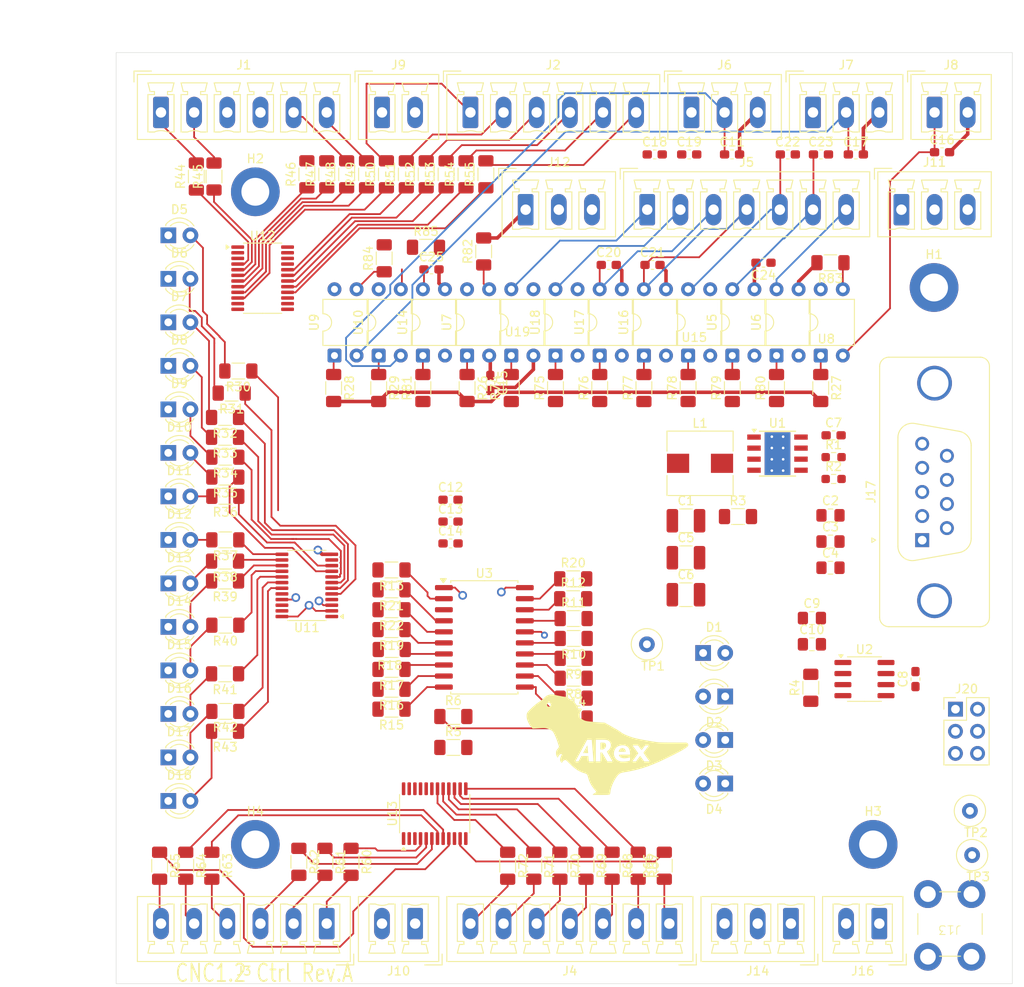
<source format=kicad_pcb>
(kicad_pcb (version 20241229) (generator "pcbnew") (generator_version "9.0")
  (layers (0 "F.Cu" signal) (4 "In1.Cu" signal) (6 "In2.Cu" signal) (2 "B.Cu" signal) (13 "F.Paste" user) (15 "B.Paste" user) (5 "F.SilkS" user "F.Silkscreen") (7 "B.SilkS" user "B.Silkscreen") (1 "F.Mask" user) (3 "B.Mask" user) (25 "Edge.Cuts" user))
  (net 0 "")
  (net 1 "VCC")
  (net 2 "UPDI")
  (net 3 "Net-(D17-A)")
  (net 4 "SDA")
  (net 5 "SCL")
  (net 6 "IO_INT")
  (net 7 "+24V")
  (net 8 "XDIR")
  (net 9 "Net-(D2-A)")
  (net 10 "Net-(D3-A)")
  (net 11 "Net-(D4-A)")
  (net 12 "Net-(D5-A)")
  (net 13 "Net-(D6-A)")
  (net 14 "Net-(D7-A)")
  (net 15 "Net-(D8-A)")
  (net 16 "Net-(D9-A)")
  (net 17 "Net-(D10-A)")
  (net 18 "Net-(D11-A)")
  (net 19 "Net-(D12-A)")
  (net 20 "Net-(D13-A)")
  (net 21 "Net-(D14-A)")
  (net 22 "Net-(D15-A)")
  (net 23 "Net-(D16-A)")
  (net 24 "RS-")
  (net 25 "RS+")
  (net 26 "GND")
  (net 27 "VDD")
  (net 28 "Net-(U1-VCC)")
  (net 29 "Net-(U1-BOOT)")
  (net 30 "Net-(U1-SW)")
  (net 31 "Net-(C5-Pad1)")
  (net 32 "Net-(D1-K)")
  (net 33 "Net-(D18-A)")
  (net 34 "OC_OUT_TOWER_LIGHT_RED")
  (net 35 "OC_OUT_RELEASE_STEPPERS")
  (net 36 "OC_OUT_TOWER_LIGHT_YELLOW")
  (net 37 "OC_OUT_CAMERA_LIGHT")
  (net 38 "OC_OUT_LIGHT")
  (net 39 "OC_OUT_LASER_CROSS")
  (net 40 "OC_OUT_TOWER_LIGHT_GREEN")
  (net 41 "OC_IN_DOOR_IS_CLOSED")
  (net 42 "OC_IN_DOOR_IS_UP")
  (net 43 "OC_IN_SPINDLE_IS_ON")
  (net 44 "Net-(U1-FB)")
  (net 45 "Net-(U3-PC0)")
  (net 46 "ISO_OUT_SPARE_0")
  (net 47 "Net-(U3-PC1)")
  (net 48 "ISO_OUT_SPARE_1")
  (net 49 "Net-(U3-PC2)")
  (net 50 "ISO_OUT_SPARE_2")
  (net 51 "Net-(U3-PC3)")
  (net 52 "ISO_OUT_RELEASE_STEPPERS")
  (net 53 "RTXD")
  (net 54 "Net-(U3-TxD)")
  (net 55 "IDLE")
  (net 56 "Net-(U3-PA2)")
  (net 57 "Net-(U3-XDIR)")
  (net 58 "Net-(U3-PB0)")
  (net 59 "Net-(U3-PB1)")
  (net 60 "Net-(U3-PB2)")
  (net 61 "ISO_IN_SPARE_0")
  (net 62 "Net-(U3-PB3)")
  (net 63 "ISO_IN_SPINDLE_IS_ON")
  (net 64 "Net-(U3-PB4)")
  (net 65 "ISO_IN_DOOR_IS_UP")
  (net 66 "Net-(U3-PB5)")
  (net 67 "ISO_IN_DOOR_IS_DOWN")
  (net 68 "TRACE_ERR")
  (net 69 "RS_TX_PULSE")
  (net 70 "RS_RX_PULSE")
  (net 71 "Net-(R26-Pad1)")
  (net 72 "Net-(R27-Pad1)")
  (net 73 "Net-(R28-Pad1)")
  (net 74 "Net-(R29-Pad1)")
  (net 75 "Net-(U11-IO0_0)")
  (net 76 "Net-(U11-IO0_1)")
  (net 77 "Net-(U11-IO0_2)")
  (net 78 "Net-(U11-IO0_3)")
  (net 79 "Net-(U11-IO0_4)")
  (net 80 "Net-(U11-IO0_5)")
  (net 81 "Net-(U11-IO0_6)")
  (net 82 "Net-(U11-IO1_0)")
  (net 83 "Net-(U11-IO1_1)")
  (net 84 "Net-(U11-IO1_2)")
  (net 85 "Net-(U11-IO1_3)")
  (net 86 "Net-(U11-IO1_4)")
  (net 87 "Net-(U11-IO1_5)")
  (net 88 "Net-(U11-IO1_6)")
  (net 89 "CYCLE_START")
  (net 90 "HOME_MACHINE")
  (net 91 "CYCLE_STOP")
  (net 92 "GOTO_HOME")
  (net 93 "GOTO_PARK")
  (net 94 "DOOR_OPEN_CLOSE")
  (net 95 "AUTOLOAD_GCODE_1")
  (net 96 "AUTOLOAD_GCODE_2")
  (net 97 "AUTOLOAD_GCODE_3")
  (net 98 "DOOR_SENSOR_INPUT")
  (net 99 "AIR_PRESSURE_LOW")
  (net 100 "Net-(R74-Pad2)")
  (net 101 "ISO_OUT_TOWER_LIGHT_RED")
  (net 102 "ISO_OUT_TOWER_LIGHT_YELLOW")
  (net 103 "Net-(R75-Pad2)")
  (net 104 "ISO_OUT_TOWER_LIGHT_GREEN")
  (net 105 "Net-(R76-Pad2)")
  (net 106 "Net-(R77-Pad2)")
  (net 107 "ISO_OUT_LIGHT")
  (net 108 "Net-(R78-Pad2)")
  (net 109 "ISO_OUT_LASER_CROSS")
  (net 110 "Net-(R79-Pad2)")
  (net 111 "Net-(R80-Pad2)")
  (net 112 "Net-(R81-Pad2)")
  (net 113 "ISO_OUT_ES")
  (net 114 "ISO_IN_SPARE")
  (net 117 "OC_IN_SPARE")
  (net 125 "OC_OUT_ES")
  (net 126 "Net-(J1-Pin_3)")
  (net 127 "Net-(J1-Pin_6)")
  (net 128 "Net-(J1-Pin_5)")
  (net 129 "Net-(J1-Pin_2)")
  (net 130 "Net-(J1-Pin_1)")
  (net 131 "Net-(J1-Pin_4)")
  (net 132 "Net-(J2-Pin_1)")
  (net 133 "Net-(J2-Pin_5)")
  (net 134 "Net-(J2-Pin_6)")
  (net 135 "Net-(J2-Pin_4)")
  (net 136 "Net-(J2-Pin_2)")
  (net 137 "Net-(J2-Pin_3)")
  (net 138 "Net-(J3-Pin_6)")
  (net 139 "Net-(J3-Pin_1)")
  (net 140 "Net-(J3-Pin_3)")
  (net 141 "Net-(J3-Pin_5)")
  (net 142 "Net-(J3-Pin_4)")
  (net 143 "Net-(J3-Pin_2)")
  (net 144 "Net-(J4-Pin_3)")
  (net 145 "Net-(J4-Pin_6)")
  (net 146 "Net-(J4-Pin_1)")
  (net 147 "Net-(J4-Pin_2)")
  (net 148 "Net-(J4-Pin_5)")
  (net 149 "Net-(J4-Pin_4)")
  (net 150 "Net-(J4-Pin_7)")
  (net 154 "TOWER_RED")
  (net 155 "TOWER_YELLOW")
  (net 156 "TOWER_GREEN")
  (net 157 "TOOL_AIR_BLAST_CLEANING")
  (net 158 "CHUCK_PRESSURE")
  (net 159 "TOUCH_SCREEN_BEEP")
  (net 160 "SOUNDER")
  (net 161 "LIGHT_ON_OFF")
  (net 162 "LASER_CROSSHAIR")
  (net 163 "CAMERA_LIGHT")
  (net 164 "~{ES}")
  (net 165 "SPARE_INPUT")
  (net 168 "OPEN_CHUCK")
  (footprint "Resistor_SMD:R_1206_3216Metric_Pad1.30x1.75mm_HandSolder" (layer "F.Cu") (at 111 142.45 -90)
    (property "Reference" "R63")
    (property "Value" "332")
  )
  (footprint "Resistor_SMD:R_1206_3216Metric_Pad1.30x1.75mm_HandSolder" (layer "F.Cu") (at 112.522 127 180)
    (property "Reference" "R43")
    (property "Value" "432")
  )
  (footprint "Resistor_SMD:R_1206_3216Metric_Pad1.30x1.75mm_HandSolder" (layer "F.Cu") (at 180.975 87.55 -90)
    (property "Reference" "R27")
    (property "Value" "3k32")
  )
  (footprint "Resistor_SMD:R_1206_3216Metric_Pad1.30x1.75mm_HandSolder" (layer "F.Cu") (at 126.492 62.992 90)
    (property "Reference" "R48")
    (property "Value" "332")
  )
  (footprint "Capacitor_SMD:C_0603_1608Metric_Pad1.08x0.95mm_HandSolder" (layer "F.Cu") (at 182.4565 92.984)
    (property "Reference" "C7")
    (property "Value" "100n")
  )
  (footprint "Capacitor_SMD:C_0603_1608Metric_Pad1.08x0.95mm_HandSolder" (layer "F.Cu") (at 174.3975 73.152 180)
    (property "Reference" "C24")
    (property "Value" "1nF 250V")
  )
  (footprint "LED_THT:LED_D3.0mm" (layer "F.Cu") (at 106 70)
    (property "Reference" "D5")
    (property "Value" "GRN")
  )
  (footprint "Resistor_SMD:R_1206_3216Metric_Pad1.30x1.75mm_HandSolder" (layer "F.Cu") (at 152.582 125.476)
    (property "Reference" "R14")
    (property "Value" "332")
  )
  (footprint "Resistor_SMD:R_1206_3216Metric_Pad1.30x1.75mm_HandSolder" (layer "F.Cu") (at 113.284 88.138 180)
    (property "Reference" "R31")
    (property "Value" "432")
  )
  (footprint "Capacitor_SMD:C_0603_1608Metric_Pad1.08x0.95mm_HandSolder" (layer "F.Cu") (at 138.4335 105.41)
    (property "Reference" "C14")
    (property "Value" "100n")
  )
  (footprint "Package_SO:SOIC-8_3.9x4.9mm_P1.27mm" (layer "F.Cu") (at 186 121)
    (property "Reference" "U2")
    (property "Value" "LT1785AxS8")
  )
  (footprint "Package_SO:SOIC-20W_7.5x12.8mm_P1.27mm" (layer "F.Cu") (at 142.318 116.205)
    (property "Reference" "U3")
    (property "Value" "ATtiny3226")
  )
  (footprint "Resistor_SMD:R_1206_3216Metric_Pad1.30x1.75mm_HandSolder" (layer "F.Cu") (at 121.92 62.992 90)
    (property "Reference" "R46")
    (property "Value" "332")
  )
  (footprint "Connector_Dsub:DSUB-9_Pins_Vertical_P2.77x2.84mm_MountingHoles" (layer "F.Cu") (at 192.636 105.035 90)
    (property "Reference" "J17")
    (property "Value" "DE9_Socket_MountingHoles")
  )
  (footprint "Package_DIP:DIP-4_W7.62mm" (layer "F.Cu") (at 125.095 83.82 90)
    (property "Reference" "U9")
    (property "Value" "PC817")
  )
  (footprint "Resistor_SMD:R_1206_3216Metric_Pad1.30x1.75mm_HandSolder" (layer "F.Cu") (at 124 142 -90)
    (property "Reference" "R61")
    (property "Value" "332")
  )
  (footprint "Package_DIP:DIP-4_W7.62mm" (layer "F.Cu") (at 150.495 83.82 90)
    (property "Reference" "U18")
    (property "Value" "PC817")
  )
  (footprint "Resistor_SMD:R_1206_3216Metric_Pad1.30x1.75mm_HandSolder" (layer "F.Cu") (at 148 142.45 -90)
    (property "Reference" "R71")
    (property "Value" "332")
  )
  (footprint "Resistor_SMD:R_1206_3216Metric_Pad1.30x1.75mm_HandSolder" (layer "F.Cu") (at 135.61 71.374)
    (property "Reference" "R85")
    (property "Value" "10K")
  )
  (footprint "Resistor_SMD:R_1206_3216Metric_Pad1.30x1.75mm_HandSolder" (layer "F.Cu") (at 125 87.55 -90)
    (property "Reference" "R28")
    (property "Value" "3k32")
  )
  (footprint "LED_THT:LED_D3.0mm" (layer "F.Cu") (at 106 125)
    (property "Reference" "D16")
    (property "Value" "LED")
  )
  (footprint "Connector_Phoenix_MC:PhoenixContact_MCV_1,5_6-G-3.81_1x06_P3.81mm_Vertical" (layer "F.Cu") (at 105.156 55.88)
    (property "Reference" "J1")
    (property "Value" "6pins")
  )
  (footprint "Capacitor_SMD:C_1210_3225Metric_Pad1.33x2.70mm_HandSolder" (layer "F.Cu") (at 165.4865 107.054)
    (property "Reference" "C5")
    (property "Value" "10u 50v")
  )
  (footprint "Resistor_SMD:R_1206_3216Metric_Pad1.30x1.75mm_HandSolder" (layer "F.Cu") (at 112.55 114.808 180)
    (property "Reference" "R40")
    (property "Value" "432")
  )
  (footprint "Capacitor_SMD:C_0603_1608Metric_Pad1.08x0.95mm_HandSolder" (layer "F.Cu") (at 181.0015 60.706)
    (property "Reference" "C23")
    (property "Value" "1nF 250V")
  )
  (footprint "Resistor_SMD:R_1206_3216Metric_Pad1.30x1.75mm_HandSolder" (layer "F.Cu") (at 131.65 119.888 180)
    (property "Reference" "R17")
    (property "Value" "332")
  )
  (footprint "Resistor_SMD:R_1206_3216Metric_Pad1.30x1.75mm_HandSolder" (layer "F.Cu") (at 142.494 62.992 90)
    (property "Reference" "R55")
    (property "Value" "332")
  )
  (footprint "Resistor_SMD:R_0603_1608Metric_Pad0.98x0.95mm_HandSolder" (layer "F.Cu") (at 182.4565 95.494)
    (property "Reference" "R1")
    (property "Value" "100k")
  )
  (footprint "LED_THT:LED_D3.0mm" (layer "F.Cu") (at 106 105)
    (property "Reference" "D12")
    (property "Value" "LED")
  )
  (footprint "Resistor_SMD:R_1206_3216Metric_Pad1.30x1.75mm_HandSolder" (layer "F.Cu") (at 112.55 95.504 180)
    (property "Reference" "R34")
    (property "Value" "432")
  )
  (footprint "Resistor_SMD:R_1206_3216Metric_Pad1.30x1.75mm_HandSolder" (layer "F.Cu") (at 112.522 109.728 180)
    (property "Reference" "R39")
    (property "Value" "432")
  )
  (footprint "Resistor_SMD:R_1206_3216Metric_Pad1.30x1.75mm_HandSolder" (layer "F.Cu") (at 138.756 128.858)
    (property "Reference" "R5")
    (property "Value" "6k81")
  )
  (footprint "LED_THT:LED_D3.0mm" (layer "F.Cu") (at 170 133 180)
    (property "Reference" "D4")
    (property "Value" "green")
  )
  (footprint "Resistor_SMD:R_1206_3216Metric_Pad1.30x1.75mm_HandSolder" (layer "F.Cu") (at 140.208 62.992 90)
    (property "Reference" "R54")
    (property "Value" "332")
  )
  (footprint "Resistor_SMD:R_1206_3216Metric_Pad1.30x1.75mm_HandSolder" (layer "F.Cu") (at 171.4665 102.324)
    (property "Reference" "R3")
    (property "Value" "680")
  )
  (footprint "Resistor_SMD:R_1206_3216Metric_Pad1.30x1.75mm_HandSolder" (layer "F.Cu") (at 152.582 123.19 180)
    (property "Reference" "R7")
    (property "Value" "332")
  )
  (footprint "LED_THT:LED_D3.0mm" (layer "F.Cu") (at 170 128 180)
    (property "Reference" "D3")
    (property "Value" "orange")
  )
  (footprint "Package_DIP:DIP-4_W7.62mm" (layer "F.Cu") (at 130.175 83.82 90)
    (property "Reference" "U10")
    (property "Value" "PC817")
  )
  (footprint "Capacitor_SMD:C_0603_1608Metric_Pad1.08x0.95mm_HandSolder" (layer "F.Cu") (at 194.9185 60.452)
    (property "Reference" "C16")
    (property "Value" "1nF 250V")
  )
  (footprint "Capacitor_SMD:C_0603_1608Metric_Pad1.08x0.95mm_HandSolder" (layer "F.Cu") (at 161.6445 73.406)
    (property "Reference" "C21")
    (property "Value" "1nF 250V")
  )
  (footprint "Resistor_SMD:R_1206_3216Metric_Pad1.30x1.75mm_HandSolder" (layer "F.Cu") (at 131.064 62.992 90)
    (property "Reference" "R50")
    (property "Value" "332")
  )
  (footprint "Package_DIP:DIP-4_W7.62mm" (layer "F.Cu") (at 135.255 83.82 90)
    (property "Reference" "U14")
    (property "Value" "PC817")
  )
  (footprint "Resistor_SMD:R_1206_3216Metric_Pad1.30x1.75mm_HandSolder" (layer "F.Cu") (at 124.206 62.992 90)
    (property "Reference" "R47")
    (property "Value" "332")
  )
  (footprint "Resistor_SMD:R_1206_3216Metric_Pad1.30x1.75mm_HandSolder" (layer "F.Cu") (at 155.575 87.55 90)
    (property "Reference" "R76")
    (property "Value" "560")
  )
  (footprint "Resistor_SMD:R_1206_3216Metric_Pad1.30x1.75mm_HandSolder" (layer "F.Cu") (at 160 142.45 -90)
    (property "Reference" "R67")
    (property "Value" "332")
  )
  (footprint "Resistor_SMD:R_1206_3216Metric_Pad1.30x1.75mm_HandSolder" (layer "F.Cu") (at 145 142.45 -90)
    (property "Reference" "R72")
    (property "Value" "332")
  )
  (footprint "LED_THT:LED_D3.0mm" (layer "F.Cu") (at 106 90)
    (property "Reference" "D9")
    (property "Value" "LED")
  )
  (footprint "Resistor_SMD:R_1206_3216Metric_Pad1.30x1.75mm_HandSolder" (layer "F.Cu") (at 127 142 -90)
    (property "Reference" "R60")
    (property "Value" "332")
  )
  (footprint "Resistor_SMD:R_1206_3216Metric_Pad1.30x1.75mm_HandSolder" (layer "F.Cu") (at 140.335 87.55 -90)
    (property "Reference" "R26")
    (property "Value" "3k32")
  )
  (footprint "Resistor_SMD:R_1206_3216Metric_Pad1.30x1.75mm_HandSolder" (layer "F.Cu") (at 131.65 115.316 180)
    (property "Reference" "R19")
    (property "Value" "332")
  )
  (footprint "LOGO" (layer "F.Cu") (at 156.464 128.524)
    (property "Reference" "G***" (hide yes))
    (property "Value" "LOGO" (hide yes))
  )
  (footprint "LED_THT:LED_D3.0mm" (layer "F.Cu") (at 106 75)
    (property "Reference" "D6")
    (property "Value" "LED")
  )
  (footprint "Connector_Phoenix_MC:PhoenixContact_MCV_1,5_6-G-3.81_1x06_P3.81mm_Vertical" (layer "F.Cu") (at 124.206 149.098 180)
    (property "Reference" "J3")
    (property "Value" "6pins")
  )
  (footprint "Resistor_SMD:R_1206_3216Metric_Pad1.30x1.75mm_HandSolder" (layer "F.Cu") (at 128.778 62.992 90)
    (property "Reference" "R49")
    (property "Value" "332")
  )
  (footprint "Resistor_SMD:R_1206_3216Metric_Pad1.30x1.75mm_HandSolder" (layer "F.Cu") (at 163 142.45 90)
    (property "Reference" "R66")
    (property "Value" "332")
  )
  (footprint "Connector_Phoenix_MC:PhoenixContact_MCV_1,5_7-G-3.81_1x07_P3.81mm_Vertical" (layer "F.Cu") (at 163.576 149.098 180)
    (property "Reference" "J4")
    (property "Value" "7pins")
  )
  (footprint "LED_THT:LED_D3.0mm" (layer "F.Cu") (at 167.46 118)
    (property "Reference" "D1")
    (property "Value" "LED")
  )
  (footprint "Resistor_SMD:R_1206_3216Metric_Pad1.30x1.75mm_HandSolder" (layer "F.Cu") (at 165.735 87.55 90)
    (property "Reference" "R78")
    (property "Value" "560")
  )
  (footprint "Resistor_SMD:R_1206_3216Metric_Pad1.30x1.75mm_HandSolder" (layer "F.Cu") (at 111.252 63.246 90)
    (property "Reference" "R45")
    (property "Value" "332")
  )
  (footprint "Resistor_SMD:R_1206_3216Metric_Pad1.30x1.75mm_HandSolder" (layer "F.Cu") (at 135.636 62.992 90)
    (property "Reference" "R52")
    (property "Value" "332")
  )
  (footprint "Resistor_SMD:R_1206_3216Metric_Pad1.30x1.75mm_HandSolder" (layer "F.Cu") (at 145.415 87.55 90)
    (property "Reference" "R74")
    (property "Value" "560")
  )
  (footprint "Resistor_SMD:R_1206_3216Metric_Pad1.30x1.75mm_HandSolder" (layer "F.Cu") (at 131.676 117.602 180)
    (property "Reference" "R18")
    (property "Value" "332")
  )
  (footprint "Resistor_SMD:R_1206_3216Metric_Pad1.30x1.75mm_HandSolder" (layer "F.Cu") (at 137.922 62.992 90)
    (property "Reference" "R53")
    (property "Value" "332")
  )
  (footprint "Connector_Phoenix_MC:PhoenixContact_MCV_1,5_7-G-3.81_1x07_P3.81mm_Vertical" (layer "F.Cu") (at 161.036 67.056)
    (property "Reference" "J5")
    (property "Value" "7pins")
  )
  (footprint "Resistor_SMD:R_1206_3216Metric_Pad1.30x1.75mm_HandSolder" (layer "F.Cu") (at 160.655 87.55 90)
    (property "Reference" "R77")
    (property "Value" "560")
  )
  (footprint "Package_SO:TSSOP-24_4.4x7.8mm_P0.65mm" (layer "F.Cu") (at 116.84 74.93)
    (property "Reference" "U12")
    (property "Value" "PCA9555PW")
  )
  (footprint "Resistor_SMD:R_1206_3216Metric_Pad1.30x1.75mm_HandSolder" (layer "F.Cu") (at 112.55 105 180)
    (property "Reference" "R37")
    (property "Value" "432")
  )
  (footprint "Resistor_SMD:R_1206_3216Metric_Pad1.30x1.75mm_HandSolder" (layer "F.Cu") (at 130.81 72.644 90)
    (property "Reference" "R84")
    (property "Value" "10K")
  )
  (footprint "Resistor_SMD:R_1206_3216Metric_Pad1.30x1.75mm_HandSolder" (layer "F.Cu") (at 131.65 110.744 180)
    (property "Reference" "R21")
    (property "Value" "432")
  )
  (footprint "Resistor_SMD:R_1206_3216Metric_Pad1.30x1.75mm_HandSolder" (layer "F.Cu") (at 152.53 109.474)
    (property "Reference" "R20")
    (property "Value" "432")
  )
  (footprint "LED_THT:LED_D3.0mm" (layer "F.Cu") (at 106 120)
    (property "Reference" "D15")
    (property "Value" "LED")
  )
  (footprint "LED_THT:LED_D3.0mm" (layer "F.Cu") (at 106 95)
    (property "Reference" "D10")
    (property "Value" "LED")
  )
  (footprint "Connector_PinHeader_2.54mm:PinHeader_2x03_P2.54mm_Vertical" (layer "F.Cu") (at 196.46 124.46)
    (property "Reference" "J20")
    (property "Value" "AVR-UPDI")
  )
  (footprint "Capacitor_SMD:C_0805_2012Metric_Pad1.18x1.45mm_HandSolder" (layer "F.Cu") (at 179.9625 113.99)
    (property "Reference" "C9")
    (property "Value" "100n")
  )
  (footprint "Capacitor_SMD:C_0603_1608Metric_Pad1.08x0.95mm_HandSolder" (layer "F.Cu") (at 138.4335 100.39)
    (property "Reference" "C12")
    (property "Value" "100n")
  )
  (footprint "Resistor_SMD:R_1206_3216Metric_Pad1.30x1.75mm_HandSolder" (layer "F.Cu") (at 179.832 122 90)
    (property "Reference" "R4")
    (property "Value" "100K")
  )
  (footprint "Capacitor_SMD:C_0603_1608Metric_Pad1.08x0.95mm_HandSolder" (layer "F.Cu") (at 138.4335 102.9)
    (property "Reference" "C13")
    (property "Value" "100n")
  )
  (footprint "Connector_Phoenix_MC:PhoenixContact_MCV_1,5_2-G-3.81_1x02_P3.81mm_Vertical" (layer "F.Cu") (at 194.056 55.88)
    (property "Reference" "J8")
    (property "Value" "Phoenix")
  )
  (footprint "Package_DIP:DIP-4_W7.62mm" (layer "F.Cu") (at 140.335 83.82 90)
    (property "Reference" "U7")
    (property "Value" "PC817")
  )
  (footprint "LED_THT:LED_D3.0mm" (layer "F.Cu") (at 106 130)
    (property "Reference" "D17")
    (property "Value" "LED")
  )
  (footprint "Resistor_SMD:R_1206_3216Metric_Pad1.30x1.75mm_HandSolder" (layer "F.Cu") (at 138.756 125.302)
    (property "Reference" "R6")
    (property "Value" "6k81")
  )
  (footprint "Resistor_SMD:R_1206_3216Metric_Pad1.30x1.75mm_HandSolder" (layer "F.Cu") (at 170.815 87.55 90)
    (property "Reference" "R79")
    (property "Value" "560")
  )
  (footprint "Connector_Phoenix_MC:PhoenixContact_MCV_1,5_3-G-3.81_1x03_P3.81mm_Vertical" (layer "F.Cu") (at 180.086 55.88)
    (property "Reference" "J7")
    (property "Value" "3pins")
  )
  (footprint "Capacitor_SMD:C_1210_3225Metric_Pad1.33x2.70mm_HandSolder" (layer "F.Cu") (at 165.4865 111.304)
    (property "Reference" "C6")
    (property "Value" "47u")
  )
  (footprint "Capacitor_SMD:C_0603_1608Metric_Pad1.08x0.95mm_HandSolder" (layer "F.Cu") (at 161.8985 60.706)
    (property "Reference" "C18")
    (property "Value" "1nF 250V")
  )
  (footprint "Package_DIP:DIP-4_W7.62mm" (layer "F.Cu") (at 170.815 83.82 90)
    (property "Reference" "U5")
    (property "Value" "PC817")
  )
  (footprint "Capacitor_SMD:C_0805_2012Metric_Pad1.18x1.45mm_HandSolder" (layer "F.Cu") (at 182.0965 108.204)
    (property "Reference" "C4")
    (property "Value" "10n")
  )
  (footprint "Package_SO:TSSOP-24_4.4x7.8mm_P0.65mm" (layer "F.Cu") (at 136.611 136.4665 90)
    (property "Reference" "U13")
    (property "Value" "PCA9555PW")
  )
  (footprint "Package_DIP:DIP-4_W7.62mm" (layer "F.Cu") (at 175.895 83.82 90)
    (property "Reference" "U6")
    (property "Value" "PC817")
  )
  (footprint "Package_DIP:DIP-4_W7.62mm" (layer "F.Cu") (at 160.655 83.82 90)
    (property "Reference" "U16")
    (property "Value" "PC817")
  )
  (footprint "Connector_Phoenix_MC:PhoenixContact_MCV_1,5_2-G-3.81_1x02_P3.81mm_Vertical" (layer "F.Cu") (at 134.366 149.098 180)
    (property "Reference" "J10")
    (property "Value" "Phoenix")
  )
  (footprint "Resistor_SMD:R_1206_3216Metric_Pad1.30x1.75mm_HandSolder" (layer "F.Cu") (at 151 142.45 -90)
    (property "Reference" "R70")
    (property "Value" "332")
  )
  (footprint "Resistor_SMD:R_1206_3216Metric_Pad1.30x1.75mm_HandSolder" (layer "F.Cu") (at 131.65 108.458 180)
    (property "Reference" "R13")
    (property "Value" "332")
  )
  (footprint "Resistor_SMD:R_1206_3216Metric_Pad1.30x1.75mm_HandSolder" (layer "F.Cu") (at 131.65 122.174 180)
    (property "Reference" "R16")
    (property "Value" "332")
  )
  (footprint "Resistor_SMD:R_1206_3216Metric_Pad1.30x1.75mm_HandSolder" (layer "F.Cu") (at 152.53 111.76)
    (property "Reference" "R12")
    (property "Value" "332")
  )
  (footprint "Capacitor_SMD:C_0603_1608Metric_Pad1.08x0.95mm_HandSolder" (layer "F.Cu") (at 177.1915 60.706)
    (property "Reference" "C22")
    (property "Value" "1nF 250V")
  )
  (footprint "Resistor_SMD:R_1206_3216Metric_Pad1.30x1.75mm_HandSolder" (layer "F.Cu") (at 130.175 87.55 -90)
    (property "Reference" "R29")
    (property "Value" "3k32")
  )
  (footprint "Resistor_SMD:R_1206_3216Metric_Pad1.30x1.75mm_HandSolder" (layer "F.Cu") (at 112.522 93.218 180)
    (property "Reference" "R33")
    (property "Value" "432")
  )
  (footprint "Resistor_SMD:R_1206_3216Metric_Pad1.30x1.75mm_HandSolder" (layer "F.Cu") (at 112.55 100 180)
    (property "Reference" "R36")
    (property "Value" "432")
  )
  (footprint "Resistor_SMD:R_1206_3216Metric_Pad1.30x1.75mm_HandSolder" (layer "F.Cu") (at 152.582 118.618 180)
    (property "Reference" "R9")
    (property "Value" "332")
  )
  (footprint "MountingHole:MountingHole_3.2mm_M3_DIN965_Pad_TopBottom" (layer "F.Cu") (at 194 76)
    (property "Reference" "H1")
    (property "Value" "MountingHole_Pad")
  )
  (footprint "adarwoo:GroundPlot" (layer "F.Cu") (at 195.794 149.308 180)
    (property "Reference" "J13")
    (property "Value" "Screw_Terminal_01x01")
  )
  (footprint "LED_THT:LED_D3.0mm" (layer "F.Cu") (at 106 85)
    (property "Reference" "D8")
    (property "Value" "LED")
  )
  (footprint "Resistor_SMD:R_1206_3216Metric_Pad1.30x1.75mm_HandSolder" (layer "F.Cu") (at 131.65 124.46 180)
    (property "Reference" "R15")
    (property "Value" "332")
  )
  (footprint "Package_SO:Texas_HSOP-8-1EP_3.9x4.9mm_P1.27mm_ThermalVias" (layer "F.Cu") (at 176.0065 95.094)
    (property "Reference" "U1")
    (property "Value" "LMR33630ADDA")
  )
  (footprint "TestPoint:TestPoint_Loop_D3.50mm_Drill0.9mm_Beaded" (layer "F.Cu") (at 161 117)
    (property "Reference" "TP1")
    (property "Value" "Vcc TP")
  )
  (footprint "Resistor_SMD:R_1206_3216Metric_Pad1.30x1.75mm_HandSolder" (layer "F.Cu") (at 175.895 87.55 90)
    (property "Reference" "R80")
    (property "Value" "560")
  )
  (footprint "Package_DIP:DIP-4_W7.62mm" (layer "F.Cu") (at 155.575 83.82 90)
    (property "Reference" "U17")
    (property "Value" "PC817")
  )
  (footprint "Resistor_SMD:R_1206_3216Metric_Pad1.30x1.75mm_HandSolder" (layer "F.Cu") (at 112.55 124.714 180)
    (property "Reference" "R42")
    (property "Value" "432")
  )
  (footprint "Capacitor_SMD:C_0603_1608Metric_Pad1.08x0.95mm_HandSolder" (layer "F.Cu") (at 191.8625 121 90)
    (property "Reference" "C8")
    (property "Value" "100n")
  )
  (footprint "Resistor_SMD:R_1206_3216Metric_Pad1.30x1.75mm_HandSolder" (layer "F.Cu") (at 112.55 97.79 180)
    (property "Reference" "R35")
    (property "Value" "432")
  )
  (footprint "Capacitor_SMD:C_0805_2012Metric_Pad1.18x1.45mm_HandSolder" (layer "F.Cu") (at 182.0965 105.194)
    (property "Reference" "C3")
    (property "Value" "1u")
  )
  (footprint "Package_DIP:DIP-4_W7.62mm" (layer "F.Cu") (at 165.735 83.82 90)
    (property "Reference" "U15")
    (property "Value" "PC817")
  )
  (footprint "Capacitor_SMD:C_0603_1608Metric_Pad1.08x0.95mm_HandSolder" (layer "F.Cu") (at 156.6175 73.406)
    (property "Reference" "C20")
    (property "Value" "1nF 250V")
  )
  (footprint "Connector_Phoenix_MC:PhoenixContact_MCV_1,5_3-G-3.81_1x03_P3.81mm_Vertical" (layer "F.Cu") (at 190.246 67.056)
    (property "Reference" "J11")
    (property "Value" "3pins")
  )
  (footprint "Resistor_SMD:R_1206_3216Metric_Pad1.30x1.75mm_HandSolder" (layer "F.Cu") (at 152.582 116.332 180)
    (property "Reference" "R10")
    (property "Value" "332")
  )
  (footprint "LED_THT:LED_D3.0mm" (layer "F.Cu") (at 106 135)
    (property "Reference" "D18")
    (property "Value" "LED")
  )
  (footprint "Package_DIP:DIP-4_W7.62mm" (layer "F.Cu") (at 180.975 83.82 90)
    (property "Reference" "U8")
    (property "Value" "PC817")
  )
  (footprint "Resistor_SMD:R_1206_3216Metric_Pad1.30x1.75mm_HandSolder" (layer "F.Cu") (at 112.522 120.396 180)
    (property "Reference" "R41")
    (property "Value" "432")
  )
  (footprint "LED_THT:LED_D3.0mm" (layer "F.Cu") (at 106 80)
    (property "Reference" "D7")
    (property "Value" "LED")
  )
  (footprint "Capacitor_SMD:C_0603_1608Metric_Pad1.08x0.95mm_HandSolder" (layer "F.Cu") (at 185.0125 60.706)
    (property "Reference" "C17")
    (property "Value" "1nF 250V")
  )
  (footprint "Resistor_SMD:R_1206_3216Metric_Pad1.30x1.75mm_HandSolder" (layer "F.Cu") (at 121 142 -90)
    (property "Reference" "R62")
    (property "Value" "332")
  )
  (footprint "Resistor_SMD:R_1206_3216Metric_Pad1.30x1.75mm_HandSolder" (layer "F.Cu") (at 152.582 120.904 180)
    (property "Reference" "R8")
    (property "Value" "332")
  )
  (footprint "Capacitor_SMD:C_0603_1608Metric_Pad1.08x0.95mm_HandSolder" (layer "F.Cu") (at 165.862 60.706)
    (property "Reference" "C19")
    (property "Value" "1nF 250V")
  )
  (footprint "Resistor_SMD:R_1206_3216Metric_Pad1.30x1.75mm_HandSolder" (layer "F.Cu") (at 152.582 114.046)
    (property "Reference" "R11")
    (property "Value" "332")
  )
  (footprint "Inductor_SMD:L_Wuerth_HCM-7070" (layer "F.Cu") (at 167.1065 96.204)
    (property "Reference" "L1")
    (property "Value" "10uH")
  )
  (footprint "MountingHole:MountingHole_3.2mm_M3_DIN965_Pad_TopBottom" (layer "F.Cu") (at 116 65)
    (property "Reference" "H2")
    (property "Value" "MountingHole_Pad")
  )
  (footprint "Connector_Phoenix_MC:PhoenixContact_MCV_1,5_3-G-3.81_1x03_P3.81mm_Vertical" (layer "F.Cu") (at 147.066 67.056)
    (property "Reference" "J12")
    (property "Value" "3pins")
  )
  (footprint "Resistor_SMD:R_1206_3216Metric_Pad1.30x1.75mm_HandSolder" (layer "F.Cu") (at 109.22 63.246 90)
    (property "Reference" "R44")
    (property "Value" "332")
  )
  (footprint "Resistor_SMD:R_1206_3216Metric_Pad1.30x1.75mm_HandSolder" (layer "F.Cu") (at 108 142.45 -90)
    (property "Reference" "R64")
    (property "Value" "332")
  )
  (footprint "Capacitor_SMD:C_0603_1608Metric_Pad1.08x0.95mm_HandSolder" (layer "F.Cu") (at 170.7885 60.706)
    (property "Reference" "C11")
    (property "Value" "1nF 250V")
  )
  (footprint "Resistor_SMD:R_1206_3216Metric_Pad1.30x1.75mm_HandSolder" (layer "F.Cu") (at 112.522 90.932 180)
    (property "Reference" "R32")
    (property "Value" "432")
  )
  (footprint "Resistor_SMD:R_1206_3216Metric_Pad1.30x1.75mm_HandSolder" (layer "F.Cu") (at 105 142.45 -90)
    (property "Reference" "R65")
    (property "Value" "332")
  )
  (footprint "Capacitor_SMD:C_0805_2012Metric_Pad1.18x1.45mm_HandSolder" (layer "F.Cu") (at 179.9625 117)
    (property "Reference" "C10")
    (property "Value" "1u")
  )
  (footprint "Capacitor_SMD:C_0603_1608Metric_Pad1.08x0.95mm_HandSolder" (layer "F.Cu") (at 143.002 86.9685 -90)
    (property "Reference" "C15")
    (property "Value" "1nF 250V")
  )
  (footprint "LED_THT:LED_D3.0mm" (layer "F.Cu") (at 106 100)
    (property "Reference" "D11")
    (property "Value" "LED")
  )
  (footprint "LED_THT:LED_D3.0mm" (layer "F.Cu") (at 106 115)
    (property "Reference" "D14")
    (property "Value" "LED")
  )
  (footprint "Resistor_SMD:R_1206_3216Metric_Pad1.30x1.75mm_HandSolder" (layer "F.Cu") (at 114.046 85.598 180)
    (property "Reference" "R30")
    (property "Value" "432")
  )
  (footprint "Resistor_SMD:R_1206_3216Metric_Pad1.30x1.75mm_HandSolder" (layer "F.Cu") (at 133.35 62.992 90)
    (property "Reference" "R51")
    (property "Value" "332")
  )
  (footprint "Capacitor_SMD:C_0805_2012Metric_Pad1.18x1.45mm_HandSolder" (layer "F.Cu") (at 182.0965 102.184)
    (property "Reference" "C2")
    (property "Value" "220nF")
  )
  (footprint "TestPoint:TestPoint_Loop_D3.50mm_Drill0.9mm_Beaded" (layer "F.Cu") (at 198.374 141.224)
    (property "Reference" "TP3")
    (property "Value" "IDLE")
  )
  (footprint "Connector_Phoenix_MC:PhoenixContact_MCV_1,5_3-G-3.81_1x03_P3.81mm_Vertical" (layer "F.Cu") (at 166.116 55.88)
    (property "Reference" "J6")
    (property "Value" "3pins")
  )
  (footprint "Resistor_SMD:R_1206_3216Metric_Pad1.30x1.75mm_HandSolder" (layer "F.Cu") (at 150.495 87.55 90)
    (property "Reference" "R75")
    (property "Value" "560")
  )
  (footprint "Package_DIP:DIP-4_W7.62mm" (layer "F.Cu") (at 145.415 83.82 90)
    (property "Reference" "U19")
    (property "Value" "PC817")
  )
  (footprint "Package_SO:TSSOP-24_4.4x7.8mm_P0.65mm" (layer "F.Cu") (at 121.92 110.236 180)
    (property "Reference" "U11")
    (property "Value" "PCA9555PW")
  )
  (footprint "MountingHole:MountingHole_3.2mm_M3_DIN965_Pad_TopBottom" (layer "F.Cu") (at 187 140)
    (property "Reference" "H3")
    (property "Value" "MountingHole_Pad")
  )
  (footprint "Resistor_SMD:R_0603_1608Metric_Pad0.98x0.95mm_HandSolder" (layer "F.Cu") (at 182.4565 98.004)
    (property "Reference" "R2")
    (property "Value" "24k9")
  )
  (footprint "Resistor_SMD:R_1206_3216Metric_Pad1.30x1.75mm_HandSolder" (layer "F.Cu") (at 112.522 107.442 180)
    (property "Reference" "R38")
    (property "Value" "432")
  )
  (footprint "Connector_Phoenix_MC:PhoenixContact_MCV_1,5_2-G-3.81_1x02_P3.81mm_Vertical" (layer "F.Cu") (at 187.706 149.098 180)
    (property "Reference" "J16")
    (property "Value" "Phoenix")
  )
  (footprint "Resistor_SMD:R_1206_3216Metric_Pad1.30x1.75mm_HandSolder" (layer "F.Cu") (at 182.092 73.152 180)
    (property "Reference" "R83")
    (property "Value" "10k")
  )
  (footprint "Capacitor_SMD:C_1210_3225Metric_Pad1.33x2.70mm_HandSolder" (layer "F.Cu") (at 165.4865 102.804)
    (property "Reference" "C1")
    (property "Value" "10u 50v")
  )
  (footprint "MountingHole:MountingHole_3.2mm_M3_DIN965_Pad_TopBottom" (layer "F.Cu") (at 116 140)
    (property "Reference" "H4")
    (property "Value" "MountingHole_Pad")
  )
  (footprint "Resistor_SMD:R_1206_3216Metric_Pad1.30x1.75mm_HandSolder" (layer "F.Cu") (at 135.255 87.55 90)
    (property "Reference" "R81")
    (property "Value" "560")
  )
  (footprint "TestPoint:TestPoint_Loop_D3.50mm_Drill0.9mm_Beaded" (layer "F.Cu") (at 198.12 136.144)
    (property "Reference" "TP2")
    (property "Value" "GND_TP")
  )
  (footprint "Connector_Phoenix_MC:PhoenixContact_MCV_1,5_2-G-3.81_1x02_P3.81mm_Vertical" (layer "F.Cu") (at 130.556 55.88)
    (property "Reference" "J9")
    (property "Value" "Phoenix")
  )
  (footprint "LED_THT:LED_D3.0mm" (layer "F.Cu") (at 170 123 180)
    (property "Reference" "D2")
    (property "Value" "red")
  )
  (footprint "Resistor_SMD:R_1206_3216Metric_Pad1.30x1.75mm_HandSolder" (layer "F.Cu") (at 142.24 71.856 90)
    (property "Reference" "R82")
    (property "Value" "10K")
  )
  (footprint "Resistor_SMD:R_1206_3216Metric_Pad1.30x1.75mm_HandSolder" (layer "F.Cu") (at 131.65 113.03 180)
    (property "Reference" "R22")
    (property "Value" "432")
  )
  (footprint "Resistor_SMD:R_1206_3216Metric_Pad1.30x1.75mm_HandSolder" (layer "F.Cu") (at 157 142.45 -90)
    (property "Reference" "R68")
    (property "Value" "332")
  )
  (footprint "Connector_Phoenix_MC:PhoenixContact_MCV_1,5_6-G-3.81_1x06_P3.81mm_Vertical" (layer "F.Cu") (at 140.716 55.88)
    (property "Reference" "J2")
    (property "Value" "6pins")
  )
  (footprint "LED_THT:LED_D3.0mm" (layer "F.Cu") (at 106 110)
    (property "Reference" "D13")
    (property "Value" "LED")
  )
  (footprint "Resistor_SMD:R_1206_3216Metric_Pad1.30x1.75mm_HandSolder" (layer "F.Cu") (at 154 142.45 -90)
    (property "Reference" "R69")
    (property "Value" "332")
  )
  (footprint "Capacitor_SMD:C_0603_1608Metric_Pad1.08x0.95mm_HandSolder" (layer "F.Cu") (at 136.2445 73.914)
    (property "Reference" "C25")
    (property "Value" "1nF 250V")
  )
  (footprint "Connector_Phoenix_MC:PhoenixContact_MCV_1,5_3-G-3.81_1x03_P3.81mm_Vertical" (layer "F.Cu") (at 177.546 149.098 180)
    (property "Reference" "J14")
    (property "Value" "3pins")
  )
  (gr_rect (start 100 49) (end 203 156) (stroke (width 0.05)) (fill no) (layer "Edge.Cuts"))
  (gr_text "CNC1.2 Ctrl Rev.A" (at 106.68 155.956 0) (layer "F.SilkS") (effects (font (size 2 1.5) (thickness 0.2) (bold yes)) (justify left bottom)))
  (segment (start 122.94 113.161) (end 122.301 112.522) (width 0.2032) (layer "F.Cu") (net 1))
  (segment (start 138.938 110.49) (end 139.827 111.379) (width 0.2032) (layer "F.Cu") (net 1))
  (segment (start 122.301 112.522) (end 122.174 112.522) (width 0.2032) (layer "F.Cu") (net 1))
  (segment (start 137.668 110.49) (end 138.938 110.49) (width 0.2032) (layer "F.Cu") (net 1))
  (segment (start 120.885 113.811) (end 122.174 112.522) (width 0.2032) (layer "F.Cu") (net 1))
  (segment (start 119.0575 113.811) (end 120.885 113.811) (width 0.2032) (layer "F.Cu") (net 1))
  (segment (start 124.7825 113.161) (end 122.94 113.161) (width 0.2032) (layer "F.Cu") (net 1))
  (via (at 122.174 112.522) (size 1) (drill 0.6) (layers "F.Cu" "B.Cu") (net 1))
  (via (at 139.827 111.379) (size 1) (drill 0.6) (layers "F.Cu" "B.Cu") (net 1))
  (segment (start 146.968 115.57) (end 148.844 115.57) (width 0.2032) (layer "F.Cu") (net 2))
  (segment (start 148.844 115.57) (end 149.225 115.951) (width 0.2032) (layer "F.Cu") (net 2))
  (via (at 149.225 115.951) (size 0.8) (drill 0.4) (layers "F.Cu" "B.Cu") (net 2))
  (segment (start 108.54 127.174) (end 108.54 130) (width 0.2032) (layer "F.Cu") (net 3))
  (segment (start 111 124.714) (end 108.54 127.174) (width 0.2032) (layer "F.Cu") (net 3))
  (segment (start 137.206 125.302) (end 138.5608 126.6568) (width 0.2032) (layer "F.Cu") (net 5))
  (segment (start 152.9512 126.6568) (end 154.132 125.476) (width 0.2032) (layer "F.Cu") (net 5))
  (segment (start 138.5608 126.6568) (end 152.9512 126.6568) (width 0.2032) (layer "F.Cu") (net 5))
  (segment (start 179.9176 88.0426) (end 180.975 89.1) (width 0.4064) (layer "F.Cu") (net 7))
  (segment (start 130.175 89.1) (end 131.2324 88.0426) (width 0.4064) (layer "F.Cu") (net 7))
  (segment (start 125 89.1) (end 130.175 89.1) (width 0.4064) (layer "F.Cu") (net 7))
  (segment (start 144.174666 88.0426) (end 179.9176 88.0426) (width 0.4064) (layer "F.Cu") (net 7))
  (segment (start 140.335 89.1) (end 143.117266 89.1) (width 0.4064) (layer "F.Cu") (net 7))
  (segment (start 143.117266 89.1) (end 144.174666 88.0426) (width 0.4064) (layer "F.Cu") (net 7))
  (segment (start 139.2776 88.0426) (end 140.335 89.1) (width 0.4064) (layer "F.Cu") (net 7))
  (segment (start 131.2324 88.0426) (end 139.2776 88.0426) (width 0.4064) (layer "F.Cu") (net 7))
  (segment (start 112.496 82.27) (end 112.496 85.598) (width 0.2032) (layer "F.Cu") (net 12))
  (segment (start 111.8978 81.630762) (end 111.8978 81.6718) (width 0.2032) (layer "F.Cu") (net 12))
  (segment (start 109.982 78.729539) (end 110.100318 78.847857) (width 0.2032) (layer "F.Cu") (net 12))
  (segment (start 110.458 80.190964) (end 111.182435 80.915399) (width 0.2032) (layer "F.Cu") (net 12))
  (segment (start 111.540119 81.273081) (end 111.540119 81.273082) (width 0.2032) (layer "F.Cu") (net 12))
  (segment (start 111.8978 81.6718) (end 112.496 82.27) (width 0.2032) (layer "F.Cu") (net 12))
  (segment (start 110.458 79.205539) (end 110.458 79.711375) (width 0.2032) (layer "F.Cu") (net 12))
  (segment (start 108.54 70) (end 109.982 71.442) (width 0.2032) (layer "F.Cu") (net 12))
  (segment (start 110.100319 78.847857) (end 110.458 79.205538) (width 0.2032) (layer "F.Cu") (net 12))
  (segment (start 109.982 71.442) (end 109.982 78.729539) (width 0.2032) (layer "F.Cu") (net 12))
  (segment (start 111.182435 80.915399) (end 111.182439 80.915399) (width 0.2032) (layer "F.Cu") (net 12))
  (segment (start 110.458 79.205538) (end 110.458 79.205539) (width 0.2032) (layer "F.Cu") (net 12))
  (segment (start 111.540119 81.273082) (end 111.8978 81.630763) (width 0.2032) (layer "F.Cu") (net 12))
  (segment (start 111.8978 81.630763) (end 111.8978 81.630762) (width 0.2032) (layer "F.Cu") (net 12))
  (segment (start 110.100318 78.847857) (end 110.100319 78.847857) (width 0.2032) (layer "F.Cu") (net 12))
  (segment (start 111.182439 80.915399) (end 111.540119 81.273081) (width 0.2032) (layer "F.Cu") (net 12))
  (segment (start 110.458 79.711375) (end 110.458 80.190964) (width 0.2032) (layer "F.Cu") (net 12))
  (segment (start 111.2872 81.883682) (end 111.2872 81.883681) (width 0.2032) (layer "F.Cu") (net 13))
  (segment (start 111.734 88.138) (end 111.2872 87.6912) (width 0.2032) (layer "F.Cu") (net 13))
  (segment (start 111.2872 81.883681) (end 110.929519 81.526) (width 0.2032) (layer "F.Cu") (net 13))
  (segment (start 111.2872 82.389518) (end 111.2872 81.883682) (width 0.2032) (layer "F.Cu") (net 13))
  (segment (start 108.458 78.6926) (end 108.458 75.082) (width 0.2032) (layer "F.Cu") (net 13))
  (segment (start 111.2872 87.6912) (end 111.2872 82.389518) (width 0.2032) (layer "F.Cu") (net 13))
  (segment (start 108.458 75.082) (end 108.54 75) (width 0.2032) (layer "F.Cu") (net 13))
  (segment (start 110.929519 81.526) (end 110.929518 81.526) (width 0.2032) (layer "F.Cu") (net 13))
  (segment (start 110.929518 81.526) (end 109.8474 80.443882) (width 0.2032) (layer "F.Cu") (net 13))
  (segment (start 109.8474 79.458457) (end 109.081543 78.6926) (width 0.2032) (layer "F.Cu") (net 13))
  (segment (start 109.8474 80.443882) (end 109.8474 79.458457) (width 0.2032) (layer "F.Cu") (net 13))
  (segment (start 109.081543 78.6926) (end 108.458 78.6926) (width 0.2032) (layer "F.Cu") (net 13))
  (segment (start 110.972 90.932) (end 110.6766 90.6366) (width 0.2032) (layer "F.Cu") (net 14))
  (segment (start 110.6766 90.6366) (end 110.6766 82.1366) (width 0.2032) (layer "F.Cu") (net 14))
  (segment (start 110.6766 82.1366) (end 108.54 80) (width 0.2032) (layer "F.Cu") (net 14))
  (segment (start 109.8474 86.3074) (end 109.8474 92.0934) (width 0.2032) (layer "F.Cu") (net 15))
  (segment (start 109.8474 92.0934) (end 110.972 93.218) (width 0.2032) (layer "F.Cu") (net 15))
  (segment (start 108.54 85) (end 109.8474 86.3074) (width 0.2032) (layer "F.Cu") (net 15))
  (segment (start 108.54 93.044) (end 111 95.504) (width 0.2032) (layer "F.Cu") (net 16))
  (segment (start 108.54 90) (end 108.54 93.044) (width 0.2032) (layer "F.Cu") (net 16))
  (segment (start 108.54 95.33) (end 111 97.79) (width 0.2032) (layer "F.Cu") (net 17))
  (segment (start 108.54 95) (end 108.54 95.33) (width 0.2032) (layer "F.Cu") (net 17))
  (segment (start 108.54 100) (end 111 100) (width 0.2032) (layer "F.Cu") (net 18))
  (segment (start 111 105) (end 108.54 105) (width 0.2032) (layer "F.Cu") (net 19))
  (segment (start 110.972 107.442) (end 108.54 109.874) (width 0.2032) (layer "F.Cu") (net 20))
  (segment (start 108.54 109.874) (end 108.54 110) (width 0.2032) (layer "F.Cu") (net 20))
  (segment (start 108.54 112.16) (end 110.972 109.728) (width 0.2032) (layer "F.Cu") (net 21))
  (segment (start 108.54 115) (end 108.54 112.16) (width 0.2032) (layer "F.Cu") (net 21))
  (segment (start 111 114.808) (end 108.54 117.268) (width 0.2032) (layer "F.Cu") (net 22))
  (segment (start 108.54 117.268) (end 108.54 120) (width 0.2032) (layer "F.Cu") (net 22))
  (segment (start 108.54 122.828) (end 110.972 120.396) (width 0.2032) (layer "F.Cu") (net 23))
  (segment (start 108.54 125) (end 108.54 122.828) (width 0.2032) (layer "F.Cu") (net 23))
  (segment (start 171.651 57.965) (end 173.736 55.88) (width 0.4064) (layer "F.Cu") (net 26))
  (segment (start 143.816 70.306) (end 147.066 67.056) (width 0.4064) (layer "F.Cu") (net 26))
  (segment (start 171.651 60.706) (end 171.651 57.965) (width 0.4064) (layer "F.Cu") (net 26))
  (segment (start 147.955 85.42163) (end 147.955 83.82) (width 0.4064) (layer "F.Cu") (net 26))
  (segment (start 163.195 74.094) (end 162.507 73.406) (width 0.4064) (layer "F.Cu") (net 26))
  (segment (start 145.89383 87.4828) (end 147.955 85.42163) (width 0.4064) (layer "F.Cu") (net 26))
  (segment (start 137.107 75.512) (end 137.795 76.2) (width 0.4064) (layer "F.Cu") (net 26))
  (segment (start 197.866 58.367) (end 195.781 60.452) (width 0.4064) (layer "F.Cu") (net 26))
  (segment (start 158.115 76.2) (end 158.115 74.041) (width 0.4064) (layer "F.Cu") (net 26))
  (segment (start 146.968 110.49) (end 144.78 110.49) (width 0.2032) (layer "F.Cu") (net 26))
  (segment (start 158.115 74.041) (end 157.48 73.406) (width 0.4064) (layer "F.Cu") (net 26))
  (segment (start 185.875 60.706) (end 185.875 57.711) (width 0.4064) (layer "F.Cu") (net 26))
  (segment (start 180.542 73.152) (end 180.542 73.204) (width 0.4064) (layer "F.Cu") (net 26))
  (segment (start 197.866 55.88) (end 197.866 58.367) (width 0.4064) (layer "F.Cu") (net 26))
  (segment (start 180.542 73.204) (end 178.435 75.311) (width 0.4064) (layer "F.Cu") (net 26))
  (segment (start 123.814 112.511) (end 123.317 112.014) (width 0.2032) (layer "F.Cu") (net 26))
  (segment (start 173.355 76.2) (end 173.355 73.332) (width 0.4064) (layer "F.Cu") (net 26))
  (segment (start 143.3502 87.4828) (end 145.89383 87.4828) (width 0.4064) (layer "F.Cu") (net 26))
  (segment (start 119.0575 111.861) (end 120.422 111.861) (width 0.2032) (layer "F.Cu") (net 26))
  (segment (start 143.002 87.831) (end 143.3502 87.4828) (width 0.4064) (layer "F.Cu") (net 26))
  (segment (start 173.355 73.332) (end 173.535 73.152) (width 0.4064) (layer "F.Cu") (net 26))
  (segment (start 185.875 57.711) (end 187.706 55.88) (width 0.4064) (layer "F.Cu") (net 26))
  (segment (start 144.78 110.49) (end 144.272 110.998) (width 0.2032) (layer "F.Cu") (net 26))
  (segment (start 124.7825 112.511) (end 123.814 112.511) (width 0.2032) (layer "F.Cu") (net 26))
  (segment (start 142.24 70.306) (end 143.816 70.306) (width 0.4064) (layer "F.Cu") (net 26))
  (segment (start 120.422 111.861) (end 120.65 111.633) (width 0.2032) (layer "F.Cu") (net 26))
  (segment (start 178.435 75.311) (end 178.435 76.2) (width 0.4064) (layer "F.Cu") (net 26))
  (segment (start 123.679 106.661) (end 123.19 106.172) (width 0.4064) (layer "F.Cu") (net 26))
  (segment (start 124.7825 106.661) (end 123.679 106.661) (width 0.4064) (layer "F.Cu") (net 26))
  (segment (start 137.107 73.914) (end 137.107 75.512) (width 0.4064) (layer "F.Cu") (net 26))
  (segment (start 163.195 76.2) (end 163.195 74.094) (width 0.4064) (layer "F.Cu") (net 26))
  (via (at 123.19 106.172) (size 1) (drill 0.6) (layers "F.Cu" "B.Cu") (net 26))
  (via (at 120.65 111.633) (size 1) (drill 0.6) (layers "F.Cu" "B.Cu") (net 26))
  (via (at 144.272 110.998) (size 1) (drill 0.6) (layers "F.Cu" "B.Cu") (net 26))
  (via (at 123.317 112.014) (size 1) (drill 0.6) (layers "F.Cu" "B.Cu") (net 26))
  (segment (start 110.972 132.362) (end 110.972 127) (width 0.2032) (layer "F.Cu") (net 33))
  (segment (start 108.54 135) (end 108.54 134.794) (width 0.2032) (layer "F.Cu") (net 33))
  (segment (start 108.54 134.794) (end 110.972 132.362) (width 0.2032) (layer "F.Cu") (net 33))
  (segment (start 145.415 76.2) (end 151.003 70.612) (width 0.2032) (layer "B.Cu") (net 34))
  (segment (start 157.48 70.612) (end 161.036 67.056) (width 0.2032) (layer "B.Cu") (net 34))
  (segment (start 151.003 70.612) (end 157.48 70.612) (width 0.2032) (layer "B.Cu") (net 34))
  (segment (start 175.895 75.057) (end 183.896 67.056) (width 0.2032) (layer "B.Cu") (net 35))
  (segment (start 175.895 76.2) (end 175.895 75.057) (width 0.2032) (layer "B.Cu") (net 35))
  (segment (start 150.495 76.2) (end 155.4724 71.2226) (width 0.2032) (layer "B.Cu") (net 36))
  (segment (start 160.6794 71.2226) (end 164.846 67.056) (width 0.2032) (layer "B.Cu") (net 36))
  (segment (start 155.4724 71.2226) (end 160.6794 71.2226) (width 0.2032) (layer "B.Cu") (net 36))
  (segment (start 180.139 67.003) (end 180.086 67.056) (width 0.2032) (layer "F.Cu") (net 37))
  (segment (start 180.139 60.706) (end 180.139 67.003) (width 0.2032) (layer "F.Cu") (net 37))
  (segment (start 176.657 70.358) (end 176.784 70.358) (width 0.2032) (layer "B.Cu") (net 37))
  (segment (start 176.784 70.358) (end 180.086 67.056) (width 0.2032) (layer "B.Cu") (net 37))
  (segment (start 170.815 76.2) (end 176.657 70.358) (width 0.2032) (layer "B.Cu") (net 37))
  (segment (start 172.466 67.056) (end 166.9984 72.5236) (width 0.2032) (layer "F.Cu") (net 38))
  (segment (start 166.9984 72.5236) (end 161.6644 72.5236) (width 0.2032) (layer "F.Cu") (net 38))
  (segment (start 161.6644 72.5236) (end 160.782 73.406) (width 0.2032) (layer "F.Cu") (net 38))
  (segment (start 160.655 73.533) (end 160.782 73.406) (width 0.2032) (layer "F.Cu") (net 38))
  (segment (start 160.655 76.2) (end 160.655 73.533) (width 0.2032) (layer "F.Cu") (net 38))
  (segment (start 160.655 76.2) (end 167.5916 69.2634) (width 0.2032) (layer "B.Cu") (net 38))
  (segment (start 170.2586 69.2634) (end 172.466 67.056) (width 0.2032) (layer "B.Cu") (net 38))
  (segment (start 167.5916 69.2634) (end 170.2586 69.2634) (width 0.2032) (layer "B.Cu") (net 38))
  (segment (start 176.329 60.706) (end 176.329 67.003) (width 0.2032) (layer "F.Cu") (net 39))
  (segment (start 176.329 67.003) (end 176.276 67.056) (width 0.2032) (layer "F.Cu") (net 39))
  (segment (start 165.735 76.2) (end 166.070943 76.2) (width 0.2032) (layer "B.Cu") (net 39))
  (segment (start 166.070943 76.2) (end 175.214943 67.056) (width 0.2032) (layer "B.Cu") (net 39))
  (segment (start 175.214943 67.056) (end 176.276 67.056) (width 0.2032) (layer "B.Cu") (net 39))
  (segment (start 155.575 73.586) (end 155.755 73.406) (width 0.2032) (layer "F.Cu") (net 40))
  (segment (start 155.575 76.2) (end 155.575 73.586) (width 0.2032) (layer "F.Cu") (net 40))
  (segment (start 159.9418 71.8332) (end 163.8788 71.8332) (width 0.2032) (layer "B.Cu") (net 40))
  (segment (start 163.8788 71.8332) (end 168.656 67.056) (width 0.2032) (layer "B.Cu") (net 40))
  (segment (start 155.575 76.2) (end 159.9418 71.8332) (width 0.2032) (layer "B.Cu") (net 40))
  (segment (start 169.926 60.706) (end 169.926 55.88) (width 0.2032) (layer "F.Cu") (net 41))
  (segment (start 132.715 83.82) (end 131.5076 85.0274) (width 0.2032) (layer "B.Cu") (net 41))
  (segment (start 150.8386 56.368878) (end 150.8386 54.438457) (width 0.2032) (layer "B.Cu") (net 41))
  (segment (start 131.5076 85.0274) (end 127.134878 85.0274) (width 0.2032) (layer "B.Cu") (net 41))
  (segment (start 167.7186 53.6726) (end 169.926 55.88) (width 0.2032) (layer "B.Cu") (net 41))
  (segment (start 126.4276 84.320122) (end 126.4276 81.780122) (width 0.2032) (layer "B.Cu") (net 41))
  (segment (start 150.8386 54.438457) (end 151.604457 53.6726) (width 0.2032) (layer "B.Cu") (net 41))
  (segment (start 126.4276 81.780122) (end 131.5076 76.700122) (width 0.2032) (layer "B.Cu") (net 41))
  (segment (start 131.5076 75.699878) (end 150.8386 56.368878) (width 0.2032) (layer "B.Cu") (net 41))
  (segment (start 131.5076 76.700122) (end 131.5076 75.699878) (width 0.2032) (layer "B.Cu") (net 41))
  (segment (start 127.134878 85.0274) (end 126.4276 84.320122) (width 0.2032) (layer "B.Cu") (net 41))
  (segment (start 151.604457 53.6726) (end 167.7186 53.6726) (width 0.2032) (layer "B.Cu") (net 41))
  (segment (start 184.15 56.134) (end 183.896 55.88) (width 0.2032) (layer "F.Cu") (net 42))
  (segment (start 184.15 60.706) (end 184.15 56.134) (width 0.2032) (layer "F.Cu") (net 42))
  (segment (start 151.660078 58.0874) (end 181.6886 58.0874) (width 0.2032) (layer "B.Cu") (net 42))
  (segment (start 127.635 83.82) (end 134.0476 77.4074) (width 0.2032) (layer "B.Cu") (net 42))
  (segment (start 134.0476 77.4074) (end 134.0476 75.699878) (width 0.2032) (layer "B.Cu") (net 42))
  (segment (start 181.6886 58.0874) (end 183.896 55.88) (width 0.2032) (layer "B.Cu") (net 42))
  (segment (start 134.0476 75.699878) (end 151.660078 58.0874) (width 0.2032) (layer "B.Cu") (net 42))
  (segment (start 183.515 83.82) (end 188.9386 78.3964) (width 0.2032) (layer "F.Cu") (net 43))
  (segment (start 192.278 60.452) (end 194.056 60.452) (width 0.2032) (layer "F.Cu") (net 43))
  (segment (start 194.056 60.452) (end 194.056 55.88) (width 0.2032) (layer "F.Cu") (net 43))
  (segment (start 188.9386 63.7914) (end 192.278 60.452) (width 0.2032) (layer "F.Cu") (net 43))
  (segment (start 188.9386 78.3964) (end 188.9386 63.7914) (width 0.2032) (layer "F.Cu") (net 43))
  (segment (start 146.968 120.65) (end 148.492 120.65) (width 0.2032) (layer "F.Cu") (net 45))
  (segment (start 148.492 120.65) (end 151.032 123.19) (width 0.2032) (layer "F.Cu") (net 45))
  (segment (start 146.968 119.38) (end 149.508 119.38) (width 0.2032) (layer "F.Cu") (net 47))
  (segment (start 149.508 119.38) (end 151.032 120.904) (width 0.2032) (layer "F.Cu") (net 47))
  (segment (start 146.968 118.11) (end 150.524 118.11) (width 0.2032) (layer "F.Cu") (net 49))
  (segment (start 150.524 118.11) (end 151.032 118.618) (width 0.2032) (layer "F.Cu") (net 49))
  (segment (start 150.524 116.84) (end 151.032 116.332) (width 0.2032) (layer "F.Cu") (net 51))
  (segment (start 146.968 116.84) (end 150.524 116.84) (width 0.2032) (layer "F.Cu") (net 51))
  (segment (start 146.968 114.3) (end 150.778 114.3) (width 0.2032) (layer "F.Cu") (net 54))
  (segment (start 150.778 114.3) (end 151.032 114.046) (width 0.2032) (layer "F.Cu") (net 54))
  (segment (start 149.71 113.03) (end 150.98 111.76) (width 0.2032) (layer "F.Cu") (net 56))
  (segment (start 146.968 113.03) (end 149.71 113.03) (width 0.2032) (layer "F.Cu") (net 56))
  (segment (start 135.792 111.05) (end 133.2 108.458) (width 0.2032) (layer "F.Cu") (net 57))
  (segment (start 136.105788 111.76) (end 135.792 111.446212) (width 0.2032) (layer "F.Cu") (net 57))
  (segment (start 135.792 111.446212) (end 135.792 111.05) (width 0.2032) (layer "F.Cu") (net 57))
  (segment (start 137.668 111.76) (end 136.105788 111.76) (width 0.2032) (layer "F.Cu") (net 57))
  (segment (start 146.968 121.92) (end 148.238 121.92) (width 0.2032) (layer "F.Cu") (net 58))
  (segment (start 148.238 122.682) (end 151.032 125.476) (width 0.2032) (layer "F.Cu") (net 58))
  (segment (start 148.238 121.92) (end 148.238 122.682) (width 0.2032) (layer "F.Cu") (net 58))
  (segment (start 137.668 121.92) (end 135.74 121.92) (width 0.2032) (layer "F.Cu") (net 59))
  (segment (start 135.74 121.92) (end 133.2 124.46) (width 0.2032) (layer "F.Cu") (net 59))
  (segment (start 134.724 120.65) (end 133.2 122.174) (width 0.2032) (layer "F.Cu") (net 60))
  (segment (start 137.668 120.65) (end 134.724 120.65) (width 0.2032) (layer "F.Cu") (net 60))
  (segment (start 133.708 119.38) (end 133.2 119.888) (width 0.2032) (layer "F.Cu") (net 62))
  (segment (start 137.668 119.38) (end 133.708 119.38) (width 0.2032) (layer "F.Cu") (net 62))
  (segment (start 183.515 73.279) (end 183.642 73.152) (width 0.2032) (layer "F.Cu") (net 63))
  (segment (start 183.515 76.2) (end 183.515 73.279) (width 0.2032) (layer "F.Cu") (net 63))
  (segment (start 137.668 118.11) (end 133.734 118.11) (width 0.2032) (layer "F.Cu") (net 64))
  (segment (start 133.734 118.11) (end 133.226 117.602) (width 0.2032) (layer "F.Cu") (net 64))
  (segment (start 127.635 76.2) (end 129.641 74.194) (width 0.2032) (layer "F.Cu") (net 65))
  (segment (start 129.641 74.194) (end 130.81 74.194) (width 0.2032) (layer "F.Cu") (net 65))
  (segment (start 137.668 116.84) (end 134.724 116.84) (width 0.2032) (layer "F.Cu") (net 66))
  (segment (start 134.724 116.84) (end 133.2 115.316) (width 0.2032) (layer "F.Cu") (net 66))
  (segment (start 132.842 73.914) (end 132.842 76.073) (width 0.2032) (layer "F.Cu") (net 67))
  (segment (start 132.842 76.073) (end 132.715 76.2) (width 0.2032) (layer "F.Cu") (net 67))
  (segment (start 148.694 111.76) (end 150.98 109.474) (width 0.2032) (layer "F.Cu") (net 68))
  (segment (start 146.968 111.76) (end 148.694 111.76) (width 0.2032) (layer "F.Cu") (net 68))
  (segment (start 136.756 114.3) (end 133.2 110.744) (width 0.2032) (layer "F.Cu") (net 69))
  (segment (start 137.668 114.3) (end 136.756 114.3) (width 0.2032) (layer "F.Cu") (net 69))
  (segment (start 137.668 115.57) (end 135.74 115.57) (width 0.2032) (layer "F.Cu") (net 70))
  (segment (start 135.74 115.57) (end 133.2 113.03) (width 0.2032) (layer "F.Cu") (net 70))
  (segment (start 140.335 86) (end 140.335 83.82) (width 0.2032) (layer "F.Cu") (net 71))
  (segment (start 180.975 86) (end 180.975 83.82) (width 0.2032) (layer "F.Cu") (net 72))
  (segment (start 125 86) (end 125 83.915) (width 0.2032) (layer "F.Cu") (net 73))
  (segment (start 125 83.915) (end 125.095 83.82) (width 0.2032) (layer "F.Cu") (net 73))
  (segment (start 130.175 86) (end 130.175 83.82) (width 0.2032) (layer "F.Cu") (net 74))
  (segment (start 115.596 85.598) (end 118.618 88.62) (width 0.2032) (layer "F.Cu") (net 75))
  (segment (start 118.618 88.62) (end 118.618 101.6) (width 0.2032) (layer "F.Cu") (net 75))
  (segment (start 118.871 103.377) (end 125.246984 103.377) (width 0.2032) (layer "F.Cu") (net 76))
  (segment (start 117.856 102.362) (end 118.871 103.377) (width 0.2032) (layer "F.Cu") (net 76))
  (segment (start 117.856 92.402) (end 117.856 102.362) (width 0.2032) (layer "F.Cu") (net 76))
  (segment (start 125.246984 103.377) (end 127.508 105.638016) (width 0.2032) (layer "F.Cu") (net 76))
  (segment (start 125.804894 111.211) (end 124.7825 111.211) (width 0.2032) (layer "F.Cu") (net 76))
  (segment (start 127.508 109.507894) (end 125.804894 111.211) (width 0.2032) (layer "F.Cu") (net 76))
  (segment (start 114.834 88.138) (end 114.834 89.38) (width 0.2032) (layer "F.Cu") (net 76))
  (segment (start 127.508 105.638016) (end 127.508 109.507894) (width 0.2032) (layer "F.Cu") (net 76))
  (segment (start 114.834 89.38) (end 117.856 92.402) (width 0.2032) (layer "F.Cu") (net 76))
  (segment (start 117.094 103.038664) (end 117.941336 103.886) (width 0.2032) (layer "F.Cu") (net 77))
  (segment (start 114.072 90.932) (end 117.094 93.954) (width 0.2032) (layer "F.Cu") (net 77))
  (segment (start 126.6406 109.65546) (end 125.73506 110.561) (width 0.2032) (layer "F.Cu") (net 77))
  (segment (start 126.6406 105.49045) (end 126.6406 109.65546) (width 0.2032) (layer "F.Cu") (net 77))
  (segment (start 117.094 93.954) (end 117.094 103.038664) (width 0.2032) (layer "F.Cu") (net 77))
  (segment (start 125.73506 110.561) (end 124.7825 110.561) (width 0.2032) (layer "F.Cu") (net 77))
  (segment (start 117.941336 103.886) (end 125.03615 103.886) (width 0.2032) (layer "F.Cu") (net 77))
  (segment (start 125.03615 103.886) (end 126.6406 105.49045) (width 0.2032) (layer "F.Cu") (net 77))
  (segment (start 126.2332 109.4788) (end 125.801 109.911) (width 0.2032) (layer "F.Cu") (net 78))
  (segment (start 117.873186 104.394) (end 124.968 104.394) (width 0.2032) (layer "F.Cu") (net 78))
  (segment (start 116.332 102.852814) (end 117.873186 104.394) (width 0.2032) (layer "F.Cu") (net 78))
  (segment (start 116.332 95.478) (end 116.332 102.852814) (width 0.2032) (layer "F.Cu") (net 78))
  (segment (start 124.968 104.394) (end 126.2332 105.6592) (width 0.2032) (layer "F.Cu") (net 78))
  (segment (start 125.801 109.911) (end 124.7825 109.911) (width 0.2032) (layer "F.Cu") (net 78))
  (segment (start 114.072 93.218) (end 116.332 95.478) (width 0.2032) (layer "F.Cu") (net 78))
  (segment (start 126.2332 105.6592) (end 126.2332 109.4788) (width 0.2032) (layer "F.Cu") (net 78))
  (segment (start 120.349822 104.9) (end 120.349824 104.9) (width 0.2032) (layer "F.Cu") (net 79))
  (segment (start 120.349824 104.9) (end 120.349823 104.899999) (width 0.2032) (layer "F.Cu") (net 79))
  (segment (start 125.8258 107.04014) (end 125.8258 107.58186) (width 0.2032) (layer "F.Cu") (net 79))
  (segment (start 120.349823 104.899999) (end 120.687327 104.899999) (width 0.2032) (layer "F.Cu") (net 79))
  (segment (start 120.689328 104.902) (end 124.46 104.902) (width 0.2032) (layer "F.Cu") (net 79))
  (segment (start 125.8258 107.69014) (end 125.8258 108.23186) (width 0.2032) (layer "F.Cu") (net 79))
  (segment (start 124.46 104.902) (end 125.8258 106.2678) (width 0.2032) (layer "F.Cu") (net 79))
  (segment (start 125.8258 106.93186) (end 125.77166 106.986) (width 0.2032) (layer "F.Cu") (net 79))
  (segment (start 120.687327 104.899999) (end 120.687326 104.9) (width 0.2032) (layer "F.Cu") (net 79))
  (segment (start 120.687327 104.899999) (end 120.689328 104.902) (width 0.2032) (layer "F.Cu") (net 79))
  (segment (start 120.349823 104.899999) (end 120.349822 104.9) (width 0.2032) (layer "F.Cu") (net 79))
  (segment (start 115.57 96.974) (end 115.57 102.666964) (width 0.2032) (layer "F.Cu") (net 79))
  (segment (start 125.8258 108.88186) (end 125.73 108.97766) (width 0.2032) (layer "F.Cu") (net 79))
  (segment (start 117.803036 104.9) (end 120.181489 104.9) (width 0.2032) (layer "F.Cu") (net 79))
  (segment (start 125.77166 107.636) (end 125.8258 107.69014) (width 0.2032) (layer "F.Cu") (net 79))
  (segment (start 125.77166 108.286) (end 125.8258 108.34014) (width 0.2032) (layer "F.Cu") (net 79))
  (segment (start 125.8258 107.58186) (end 125.77166 107.636) (width 0.2032) (layer "F.Cu") (net 79))
  (segment (start 125.73 109.22) (end 125.689 109.261) (width 0.2032) (layer "F.Cu") (net 79))
  (segment (start 120.181489 104.9) (end 120.349823 104.899999) (width 0.2032) (layer "F.Cu") (net 79))
  (segment (start 114.1 95.504) (end 115.57 96.974) (width 0.2032) (layer "F.Cu") (net 79))
  (segment (start 115.57 102.666964) (end 117.803036 104.9) (width 0.2032) (layer "F.Cu") (net 79))
  (segment (start 125.8258 106.2678) (end 125.8258 106.93186) (width 0.2032) (layer "F.Cu") (net 79))
  (segment (start 125.8258 108.34014) (end 125.8258 108.88186) (width 0.2032) (layer "F.Cu") (net 79))
  (segment (start 125.77166 106.986) (end 125.8258 107.04014) (width 0.2032) (layer "F.Cu") (net 79))
  (segment (start 125.73 108.97766) (end 125.73 109.22) (width 0.2032) (layer "F.Cu") (net 79))
  (segment (start 125.689 109.261) (end 124.7825 109.261) (width 0.2032) (layer "F.Cu") (net 79))
  (segment (start 125.8258 108.23186) (end 125.77166 108.286) (width 0.2032) (layer "F.Cu") (net 79))
  (segment (start 113.0426 98.8474) (end 113.0426 101.8666) (width 0.2032) (layer "F.Cu") (net 80))
  (segment (start 122.958656 108.611) (end 124.7825 108.611) (width 0.2032) (layer "F.Cu") (net 80))
  (segment (start 120.265656 105.918) (end 122.958656 108.611) (width 0.2032) (layer "F.Cu") (net 80))
  (segment (start 113.0426 101.8666) (end 117.094 105.918) (width 0.2032) (layer "F.Cu") (net 80))
  (segment (start 117.094 105.918) (end 120.265656 105.918) (width 0.2032) (layer "F.Cu") (net 80))
  (segment (start 114.1 97.79) (end 113.0426 98.8474) (width 0.2032) (layer "F.Cu") (net 80))
  (segment (start 114.1 102.060482) (end 117.346918 105.3074) (width 0.2032) (layer "F.Cu") (net 81))
  (segment (start 120.518575 105.3074) (end 120.518574 105.3074) (width 0.2032) (layer "F.Cu") (net 81))
  (segment (start 120.621174 105.41) (end 120.876256 105.665081) (width 0.2032) (layer "F.Cu") (net 81))
  (segment (start 123.172174 107.961) (end 124.7825 107.961) (width 0.2032) (layer "F.Cu") (net 81))
  (segment (start 120.012738 105.3074) (end 120.518575 105.3074) (width 0.2032) (layer "F.Cu") (net 81))
  (segment (start 120.876256 105.665081) (end 120.876256 105.665082) (width 0.2032) (layer "F.Cu") (net 81))
  (segment (start 114.1 100) (end 114.1 102.060482) (width 0.2032) (layer "F.Cu") (net 81))
  (segment (start 120.518574 105.3074) (end 120.621174 105.41) (width 0.2032) (layer "F.Cu") (net 81))
  (segment (start 117.346918 105.3074) (end 120.012738 105.3074) (width 0.2032) (layer "F.Cu") (net 81))
  (segment (start 120.876256 105.665082) (end 123.172174 107.961) (width 0.2032) (layer "F.Cu") (net 81))
  (segment (start 115.742 106.642) (end 114.1 105) (width 0.2032) (layer "F.Cu") (net 82))
  (segment (start 119.0575 106.661) (end 119.0385 106.642) (width 0.2032) (layer "F.Cu") (net 82))
  (segment (start 119.0385 106.642) (end 115.742 106.642) (width 0.2032) (layer "F.Cu") (net 82))
  (segment (start 114.222 107.292) (end 119.0385 107.292) (width 0.2032) (layer "F.Cu") (net 83))
  (segment (start 114.072 107.442) (end 114.222 107.292) (width 0.2032) (layer "F.Cu") (net 83))
  (segment (start 119.0385 107.292) (end 119.0575 107.311) (width 0.2032) (layer "F.Cu") (net 83))
  (segment (start 114.1 109.7) (end 114.1 109.674) (width 0.2032) (layer "F.Cu") (net 84))
  (segment (start 119.0385 107.942) (end 119.0575 107.961) (width 0.2032) (layer "F.Cu") (net 84))
  (segment (start 114.072 109.728) (end 114.1 109.7) (width 0.2032) (layer "F.Cu") (net 84))
  (segment (start 114.1 109.674) (end 115.832 107.942) (width 0.2032) (layer "F.Cu") (net 84))
  (segment (start 115.832 107.942) (end 119.0385 107.942) (width 0.2032) (layer "F.Cu") (net 84))
  (segment (start 116.045518 108.592) (end 119.0385 108.592) (width 0.2032) (layer "F.Cu") (net 85))
  (segment (start 114.1 114.808) (end 115.57 113.338) (width 0.2032) (layer "F.Cu") (net 85))
  (segment (start 115.57 109.067518) (end 116.045518 108.592) (width 0.2032) (layer "F.Cu") (net 85))
  (segment (start 115.57 113.338) (end 115.57 109.067518) (width 0.2032) (layer "F.Cu") (net 85))
  (segment (start 119.0385 108.592) (end 119.0575 108.611) (width 0.2032) (layer "F.Cu") (net 85))
  (segment (start 119.0385 109.242) (end 116.564 109.242) (width 0.2032) (layer "F.Cu") (net 86))
  (segment (start 116.2294 118.2386) (end 114.072 120.396) (width 0.2032) (layer "F.Cu") (net 86))
  (segment (start 116.2294 109.5766) (end 116.2294 118.2386) (width 0.2032) (layer "F.Cu") (net 86))
  (segment (start 116.564 109.242) (end 116.2294 109.5766) (width 0.2032) (layer "F.Cu") (net 86))
  (segment (start 119.0575 109.261) (end 119.0385 109.242) (width 0.2032) (layer "F.Cu") (net 86))
  (segment (start 117.438 109.892) (end 119.0385 109.892) (width 0.2032) (layer "F.Cu") (net 87))
  (segment (start 114.1 124.714) (end 116.84 121.974) (width 0.2032) (layer "F.Cu") (net 87))
  (segment (start 116.84 121.974) (end 116.84 110.49) (width 0.2032) (layer "F.Cu") (net 87))
  (segment (start 119.0385 109.892) (end 119.0575 109.911) (width 0.2032) (layer "F.Cu") (net 87))
  (segment (start 116.84 110.49) (end 117.438 109.892) (width 0.2032) (layer "F.Cu") (net 87))
  (segment (start 114.1 127.028) (end 114.072 127) (width 0.2032) (layer "F.Cu") (net 88))
  (segment (start 117.4506 123.6214) (end 117.4506 110.8954) (width 0.2032) (layer "F.Cu") (net 88))
  (segment (start 117.804 110.542) (end 117.4506 110.8954) (width 0.2032) (layer "F.Cu") (net 88))
  (segment (start 119.0575 110.561) (end 119.0385 110.542) (width 0.2032) (layer "F.Cu") (net 88))
  (segment (start 119.0385 110.542) (end 117.804 110.542) (width 0.2032) (layer "F.Cu") (net 88))
  (segment (start 114.072 127) (end 117.4506 123.6214) (width 0.2032) (layer "F.Cu") (net 88))
  (segment (start 109.22 64.796) (end 115.189 70.765) (width 0.2032) (layer "F.Cu") (net 89))
  (segment (start 115.189 70.765) (end 115.189 72.830999) (width 0.2032) (layer "F.Cu") (net 89))
  (segment (start 114.714999 73.305) (end 113.9775 73.305) (width 0.2032) (layer "F.Cu") (net 89))
  (segment (start 115.189 72.830999) (end 114.714999 73.305) (width 0.2032) (layer "F.Cu") (net 89))
  (segment (start 115.5964 70.5114) (end 115.5964 73.073599) (width 0.2032) (layer "F.Cu") (net 90))
  (segment (start 114.714999 73.955) (end 113.9775 73.955) (width 0.2032) (layer "F.Cu") (net 90))
  (segment (start 115.5964 73.073599) (end 114.714999 73.955) (width 0.2032) (layer "F.Cu") (net 90))
  (segment (start 111.252 66.167) (end 115.5964 70.5114) (width 0.2032) (layer "F.Cu") (net 90))
  (segment (start 111.252 64.796) (end 111.252 66.167) (width 0.2032) (layer "F.Cu") (net 90))
  (segment (start 116.0038 73.316199) (end 114.714999 74.605) (width 0.2032) (layer "F.Cu") (net 91))
  (segment (start 121.92 64.542) (end 116.0038 70.4582) (width 0.2032) (layer "F.Cu") (net 91))
  (segment (start 114.714999 74.605) (end 113.9775 74.605) (width 0.2032) (layer "F.Cu") (net 91))
  (segment (start 116.0038 70.4582) (end 116.0038 73.316199) (width 0.2032) (layer "F.Cu") (net 91))
  (segment (start 116.4112 73.558799) (end 114.714999 75.255) (width 0.2032) (layer "F.Cu") (net 92))
  (segment (start 114.714999 75.255) (end 113.9775 75.255) (width 0.2032) (layer "F.Cu") (net 92))
  (segment (start 124.206 64.542) (end 122.962 65.786) (width 0.2032) (layer "F.Cu") (net 92))
  (segment (start 122.962 65.786) (end 121.25215 65.786) (width 0.2032) (layer "F.Cu") (net 92))
  (segment (start 121.25215 65.786) (end 116.4112 70.62695) (width 0.2032) (layer "F.Cu") (net 92))
  (segment (start 116.4112 70.62695) (end 116.4112 73.558799) (width 0.2032) (layer "F.Cu") (net 92))
  (segment (start 114.714999 75.905) (end 113.9775 75.905) (width 0.2032) (layer "F.Cu") (net 93))
  (segment (start 126.492 64.542) (end 124.8406 66.1934) (width 0.2032) (layer "F.Cu") (net 93))
  (segment (start 116.8186 70.7957) (end 116.8186 73.801399) (width 0.2032) (layer "F.Cu") (net 93))
  (segment (start 124.8406 66.1934) (end 121.4209 66.1934) (width 0.2032) (layer "F.Cu") (net 93))
  (segment (start 116.8186 73.801399) (end 114.714999 75.905) (width 0.2032) (layer "F.Cu") (net 93))
  (segment (start 121.4209 66.1934) (end 116.8186 70.7957) (width 0.2032) (layer "F.Cu") (net 93))
  (segment (start 131.064 64.542) (end 128.55 67.056) (width 0.2032) (layer "F.Cu") (net 94))
  (segment (start 111 140.9) (end 111 139.700026) (width 0.2032) (layer "F.Cu") (net 94))
  (segment (start 117.6334 71.1332) (end 117.6334 74.331751) (width 0.2032) (layer "F.Cu") (net 94))
  (segment (start 117.6334 74.331751) (end 114.760151 77.205) (width 0.2032) (layer "F.Cu") (net 94))
  (segment (start 114.760151 77.205) (end 113.9775 77.205) (width 0.2032) (layer "F.Cu") (net 94))
  (segment (start 121.7106 67.056) (end 117.6334 71.1332) (width 0.2032) (layer "F.Cu") (net 94))
  (segment (start 111 139.700026) (end 114.048026 136.652) (width 0.2032) (layer "F.Cu") (net 94))
  (segment (start 128.55 67.056) (end 121.7106 67.056) (width 0.2032) (layer "F.Cu") (net 94))
  (segment (start 136.936 138.521156) (end 136.936 139.329) (width 0.2032) (layer "F.Cu") (net 94))
  (segment (start 114.048026 136.652) (end 135.066844 136.652) (width 0.2032) (layer "F.Cu") (net 94))
  (segment (start 135.066844 136.652) (end 136.936 138.521156) (width 0.2032) (layer "F.Cu") (net 94))
  (segment (start 133.35 64.542) (end 130.328 67.564) (width 0.2032) (layer "F.Cu") (net 95))
  (segment (start 126.830999 67.564) (end 120.439999 73.955) (width 0.2032) (layer "F.Cu") (net 95))
  (segment (start 120.439999 73.955) (end 119.7025 73.955) (width 0.2032) (layer "F.Cu") (net 95))
  (segment (start 130.328 67.564) (end 126.830999 67.564) (width 0.2032) (layer "F.Cu") (net 95))
  (segment (start 132.2066 67.9714) (end 135.636 64.542) (width 0.2032) (layer "F.Cu") (net 96))
  (segment (start 127.0856 67.9714) (end 132.2066 67.9714) (width 0.2032) (layer "F.Cu") (net 96))
  (segment (start 119.7025 74.605) (end 120.452 74.605) (width 0.2032) (layer "F.Cu") (net 96))
  (segment (start 120.452 74.605) (end 127.0856 67.9714) (width 0.2032) (layer "F.Cu") (net 96))
  (segment (start 134.0852 68.3788) (end 137.922 64.542) (width 0.2032) (layer "F.Cu") (net 97))
  (segment (start 120.579 75.255) (end 127.4552 68.3788) (width 0.2032) (layer "F.Cu") (net 97))
  (segment (start 127.4552 68.3788) (end 134.0852 68.3788) (width 0.2032) (layer "F.Cu") (net 97))
  (segment (start 119.7025 75.255) (end 120.579 75.255) (width 0.2032) (layer "F.Cu") (net 97))
  (segment (start 120.691 75.905) (end 127.8098 68.7862) (width 0.2032) (layer "F.Cu") (net 98))
  (segment (start 135.8108 68.7862) (end 140.055 64.542) (width 0.2032) (layer "F.Cu") (net 98))
  (segment (start 127.8098 68.7862) (end 135.8108 68.7862) (width 0.2032) (layer "F.Cu") (net 98))
  (segment (start 119.7025 75.905) (end 120.691 75.905) (width 0.2032) (layer "F.Cu") (net 98))
  (segment (start 140.055 64.542) (end 140.208 64.542) (width 0.2032) (layer "F.Cu") (net 98))
  (segment (start 127.97855 69.1936) (end 137.8424 69.1936) (width 0.2032) (layer "F.Cu") (net 99))
  (segment (start 137.8424 69.1936) (end 142.494 64.542) (width 0.2032) (layer "F.Cu") (net 99))
  (segment (start 119.7025 76.555) (end 120.617151 76.555) (width 0.2032) (layer "F.Cu") (net 99))
  (segment (start 120.617151 76.555) (end 127.97855 69.1936) (width 0.2032) (layer "F.Cu") (net 99))
  (segment (start 145.415 86) (end 145.415 83.82) (width 0.2032) (layer "F.Cu") (net 100))
  (segment (start 150.495 86) (end 150.495 83.82) (width 0.2032) (layer "F.Cu") (net 103))
  (segment (start 155.575 86) (end 155.575 83.82) (width 0.2032) (layer "F.Cu") (net 105))
  (segment (start 160.655 86) (end 160.655 83.82) (width 0.2032) (layer "F.Cu") (net 106))
  (segment (start 165.735 86) (end 165.735 83.82) (width 0.2032) (layer "F.Cu") (net 108))
  (segment (start 170.815 86) (end 170.815 83.82) (width 0.2032) (layer "F.Cu") (net 110))
  (segment (start 175.895 86) (end 175.895 83.82) (width 0.2032) (layer "F.Cu") (net 111))
  (segment (start 135.255 86) (end 135.255 83.82) (width 0.2032) (layer "F.Cu") (net 112))
  (segment (start 142.24 73.406) (end 142.24 75.565) (width 0.2032) (layer "F.Cu") (net 114))
  (segment (start 142.24 75.565) (end 142.875 76.2) (width 0.2032) (layer "F.Cu") (net 114))
  (segment (start 143.002 86.106) (end 143.002 83.947) (width 0.4064) (layer "F.Cu") (net 117))
  (segment (start 143.002 83.947) (end 142.875 83.82) (width 0.4064) (layer "F.Cu") (net 117))
  (segment (start 135.382 73.914) (end 135.382 76.073) (width 0.2032) (layer "F.Cu") (net 125))
  (segment (start 135.382 76.073) (end 135.255 76.2) (width 0.2032) (layer "F.Cu") (net 125))
  (segment (start 128.778 61.442) (end 123.952 56.616) (width 0.2032) (layer "F.Cu") (net 127))
  (segment (start 123.952 56.134) (end 124.206 55.88) (width 0.2032) (layer "F.Cu") (net 127))
  (segment (start 123.952 56.616) (end 123.952 56.134) (width 0.2032) (layer "F.Cu") (net 127))
  (segment (start 121.438 56.388) (end 120.904 56.388) (width 0.2032) (layer "F.Cu") (net 128))
  (segment (start 126.492 61.442) (end 121.438 56.388) (width 0.2032) (layer "F.Cu") (net 128))
  (segment (start 120.904 56.388) (end 120.396 55.88) (width 0.2032) (layer "F.Cu") (net 128))
  (segment (start 108.966 58.714) (end 108.966 55.88) (width 0.2032) (layer "F.Cu") (net 129))
  (segment (start 111.252 61) (end 108.966 58.714) (width 0.2032) (layer "F.Cu") (net 129))
  (segment (start 111.252 61.696) (end 111.252 61) (width 0.2032) (layer "F.Cu") (net 129))
  (segment (start 109.22 61.696) (end 109.22 61.254) (width 0.2032) (layer "F.Cu") (net 130))
  (segment (start 104.648 56.388) (end 105.156 55.88) (width 0.2032) (layer "F.Cu") (net 130))
  (segment (start 104.648 56.682) (end 104.648 56.388) (width 0.2032) (layer "F.Cu") (net 130))
  (segment (start 109.22 61.254) (end 104.648 56.682) (width 0.2032) (layer "F.Cu") (net 130))
  (segment (start 130.784 61.442) (end 128.778 59.436) (width 0.2032) (layer "F.Cu") (net 132))
  (segment (start 128.778 52.578) (end 137.414 52.578) (width 0.2032) (layer "F.Cu") (net 132))
  (segment (start 131.064 61.442) (end 130.784 61.442) (width 0.2032) (layer "F.Cu") (net 132))
  (segment (start 128.778 59.436) (end 128.778 52.578) (width 0.2032) (layer "F.Cu") (net 132))
  (segment (start 137.414 52.578) (end 140.716 55.88) (width 0.2032) (layer "F.Cu") (net 132))
  (segment (start 151.5842 60.2518) (end 155.956 55.88) (width 0.2032) (layer "F.Cu") (net 133))
  (segment (start 140.208 61.442) (end 141.3982 60.2518) (width 0.2032) (layer "F.Cu") (net 133))
  (segment (start 141.3982 60.2518) (end 151.5842 60.2518) (width 0.2032) (layer "F.Cu") (net 133))
  (segment (start 153.722 61.924) (end 159.766 55.88) (width 0.2032) (layer "F.Cu") (net 134))
  (segment (start 142.976 61.924) (end 153.722 61.924) (width 0.2032) (layer "F.Cu") (net 134))
  (segment (start 142.494 61.442) (end 142.976 61.924) (width 0.2032) (layer "F.Cu") (net 134))
  (segment (start 137.922 61.442) (end 139.7228 59.6412) (width 0.2032) (layer "F.Cu") (net 135))
  (segment (start 139.7228 59.6412) (end 148.3848 59.6412) (width 0.2032) (layer "F.Cu") (net 135))
  (segment (start 148.3848 59.6412) (end 152.146 55.88) (width 0.2032) (layer "F.Cu") (net 135))
  (segment (start 136.372 58.42) (end 141.986 58.42) (width 0.2032) (layer "F.Cu") (net 136))
  (segment (start 133.35 61.442) (end 136.372 58.42) (width 0.2032) (layer "F.Cu") (net 136))
  (segment (start 141.986 58.42) (end 144.526 55.88) (width 0.2032) (layer "F.Cu") (net 136))
  (segment (start 138.0474 59.0306) (end 145.1854 59.0306) (width 0.2032) (layer "F.Cu") (net 137))
  (segment (start 135.636 61.442) (end 138.0474 59.0306) (width 0.2032) (layer "F.Cu") (net 137))
  (segment (start 145.1854 59.0306) (end 148.336 55.88) (width 0.2032) (layer "F.Cu") (net 137))
  (segment (start 105.156 149.098) (end 105.156 148.844) (width 0.2032) (layer "F.Cu") (net 138))
  (segment (start 105 148.688) (end 105 144) (width 0.2032) (layer "F.Cu") (net 138))
  (segment (start 105.156 148.844) (end 105 148.688) (width 0.2032) (layer "F.Cu") (net 138))
  (segment (start 127 143.55) (end 127 143.775) (width 0.2032) (layer "F.Cu") (net 139))
  (segment (start 127 143.775) (end 124.206 146.569) (width 0.2032) (layer "F.Cu") (net 139))
  (segment (start 124.206 146.569) (end 124.206 149.098) (width 0.2032) (layer "F.Cu") (net 139))
  (segment (start 121 143.55) (end 116.586 147.964) (width 0.2032) (layer "F.Cu") (net 140))
  (segment (start 116.586 147.964) (end 116.586 149.098) (width 0.2032) (layer "F.Cu") (net 140))
  (segment (start 108 144) (end 108 148.132) (width 0.2032) (layer "F.Cu") (net 141))
  (segment (start 108 148.132) (end 108.966 149.098) (width 0.2032) (layer "F.Cu") (net 141))
  (segment (start 111 144) (end 111 147.322) (width 0.2032) (layer "F.Cu") (net 142))
  (segment (start 111 147.322) (end 112.776 149.098) (width 0.2032) (layer "F.Cu") (net 142))
  (segment (start 124 143.55) (end 124 143.60083) (width 0.2032) (layer "F.Cu") (net 143))
  (segment (start 124 143.60083) (end 120.396 147.20483) (width 0.2032) (layer "F.Cu") (net 143))
  (segment (start 120.396 147.20483) (end 120.396 149.098) (width 0.2032) (layer "F.Cu") (net 143))
  (segment (start 157 148.054) (end 155.956 149.098) (width 0.2032) (layer "F.Cu") (net 144))
  (segment (start 157 144) (end 157 148.054) (width 0.2032) (layer "F.Cu") (net 144))
  (segment (start 148 145.624) (end 144.526 149.098) (width 0.2032) (layer "F.Cu") (net 145))
  (segment (start 148 144) (end 148 145.624) (width 0.2032) (layer "F.Cu") (net 145))
  (segment (start 163 148.522) (end 163.576 149.098) (width 0.2032) (layer "F.Cu") (net 146))
  (segment (start 163 144) (end 163 148.522) (width 0.2032) (layer "F.Cu") (net 146))
  (segment (start 160 148.864) (end 159.766 149.098) (width 0.2032) (layer "F.Cu") (net 147))
  (segment (start 160 144) (end 160 148.864) (width 0.2032) (layer "F.Cu") (net 147))
  (segment (start 151 146.434) (end 148.336 149.098) (width 0.2032) (layer "F.Cu") (net 148))
  (segment (start 151 144) (end 151 146.434) (width 0.2032) (layer "F.Cu") (net 148))
  (segment (start 154 144) (end 154 147.244) (width 0.2032) (layer "F.Cu") (net 149))
  (segment (start 154 147.244) (end 152.146 149.098) (width 0.2032) (layer "F.Cu") (net 149))
  (segment (start 145 144) (end 145 144.814) (width 0.2032) (layer "F.Cu") (net 150))
  (segment (start 145 144.814) (end 140.716 149.098) (width 0.2032) (layer "F.Cu") (net 150))
  (segment (start 134.406844 140.716) (end 134.986 140.136844) (width 0.2032) (layer "F.Cu") (net 154))
  (segment (start 134.986 140.136844) (end 134.986 139.329) (width 0.2032) (layer "F.Cu") (net 154))
  (segment (start 129.782 140.45) (end 130.048 140.716) (width 0.2032) (layer "F.Cu") (net 154))
  (segment (start 127 140.45) (end 129.782 140.45) (width 0.2032) (layer "F.Cu") (net 154))
  (segment (start 130.048 140.716) (end 134.406844 140.716) (width 0.2032) (layer "F.Cu") (net 154))
  (segment (start 134.478963 141.5074) (end 135.636 140.350363) (width 0.2032) (layer "F.Cu") (net 155))
  (segment (start 125.0574 141.5074) (end 134.478963 141.5074) (width 0.2032) (layer "F.Cu") (net 155))
  (segment (start 135.636 140.350363) (end 135.636 139.329) (width 0.2032) (layer "F.Cu") (net 155))
  (segment (start 124 140.45) (end 125.0574 141.5074) (width 0.2032) (layer "F.Cu") (net 155))
  (segment (start 122.79 142.24) (end 134.609881 142.24) (width 0.2032) (layer "F.Cu") (net 156))
  (segment (start 136.286 140.563881) (end 136.286 139.329) (width 0.2032) (layer "F.Cu") (net 156))
  (segment (start 134.609881 142.24) (end 136.286 140.563881) (width 0.2032) (layer "F.Cu") (net 156))
  (segment (start 121 140.45) (end 122.79 142.24) (width 0.2032) (layer "F.Cu") (net 156))
  (segment (start 137.188919 137.910556) (end 137.188918 137.910556) (width 0.2032) (layer "F.Cu") (net 157))
  (segment (start 137.188918 137.910556) (end 137.5466 138.268237) (width 0.2032) (layer "F.Cu") (net 157))
  (segment (start 135.319763 136.0414) (end 135.319762 136.0414) (width 0.2032) (layer "F.Cu") (net 157))
  (segment (start 108 140.9) (end 112.8586 136.0414) (width 0.2032) (layer "F.Cu") (net 157))
  (segment (start 135.677444 136.399082) (end 137.188919 137.910556) (width 0.2032) (layer "F.Cu") (net 157))
  (segment (start 135.319762 136.0414) (end 135.677444 136.399081) (width 0.2032) (layer "F.Cu") (net 157))
  (segment (start 137.586 138.307638) (end 137.586 139.329) (width 0.2032) (layer "F.Cu") (net 157))
  (segment (start 112.8586 136.0414) (end 135.319763 136.0414) (width 0.2032) (layer "F.Cu") (net 157))
  (segment (start 137.5466 138.268237) (end 137.586 138.307638) (width 0.2032) (layer "F.Cu") (net 157))
  (segment (start 135.677444 136.399081) (end 135.677444 136.399082) (width 0.2032) (layer "F.Cu") (net 157))
  (segment (start 127.254 150.241) (end 127.254 147.701) (width 0.2032) (layer "F.Cu") (net 158))
  (segment (start 105 140.9) (end 107.0426 142.9426) (width 0.2032) (layer "F.Cu") (net 158))
  (segment (start 115.697 151.765) (end 125.73 151.765) (width 0.2032) (layer "F.Cu") (net 158))
  (segment (start 114.681 145.71937) (end 114.681 150.749) (width 0.2032) (layer "F.Cu") (net 158))
  (segment (start 125.73 151.765) (end 127.254 150.241) (width 0.2032) (layer "F.Cu") (net 158))
  (segment (start 132.1044 142.8506) (end 135.522244 142.8506) (width 0.2032) (layer "F.Cu") (net 158))
  (segment (start 111.90423 142.9426) (end 114.681 145.71937) (width 0.2032) (layer "F.Cu") (net 158))
  (segment (start 135.522244 142.8506) (end 138.236 140.136844) (width 0.2032) (layer "F.Cu") (net 158))
  (segment (start 138.236 140.136844) (end 138.236 139.329) (width 0.2032) (layer "F.Cu") (net 158))
  (segment (start 114.681 150.749) (end 115.697 151.765) (width 0.2032) (layer "F.Cu") (net 158))
  (segment (start 127.254 147.701) (end 132.1044 142.8506) (width 0.2032) (layer "F.Cu") (net 158))
  (segment (start 107.0426 142.9426) (end 111.90423 142.9426) (width 0.2032) (layer "F.Cu") (net 158))
  (segment (start 160 140.9) (end 152.704 133.604) (width 0.2032) (layer "F.Cu") (net 159))
  (segment (start 152.704 133.604) (end 140.186 133.604) (width 0.2032) (layer "F.Cu") (net 159))
  (segment (start 150.8489 134.7489) (end 139.873056 134.7489) (width 0.2032) (layer "F.Cu") (net 160))
  (segment (start 157 140.9) (end 150.8489 134.7489) (width 0.2032) (layer "F.Cu") (net 160))
  (segment (start 139.536 134.411844) (end 139.536 133.604) (width 0.2032) (layer "F.Cu") (net 160))
  (segment (start 139.873056 134.7489) (end 139.536 134.411844) (width 0.2032) (layer "F.Cu") (net 160))
  (segment (start 154 140.9) (end 148.4595 135.3595) (width 0.2032) (layer "F.Cu") (net 161))
  (segment (start 138.886 134.625363) (end 138.886 133.604) (width 0.2032) (layer "F.Cu") (net 161))
  (segment (start 139.620137 135.3595) (end 138.886 134.625363) (width 0.2032) (layer "F.Cu") (net 161))
  (segment (start 148.4595 135.3595) (end 139.620137 135.3595) (width 0.2032) (layer "F.Cu") (net 161))
  (segment (start 151 140.9) (end 146.0701 135.9701) (width 0.2032) (layer "F.Cu") (net 162))
  (segment (start 139.367218 135.9701) (end 138.236 134.838881) (width 0.2032) (layer "F.Cu") (net 162))
  (segment (start 138.236 134.838881) (end 138.236 133.604) (width 0.2032) (layer "F.Cu") (net 162))
  (segment (start 146.0701 135.9701) (end 139.367218 135.9701) (width 0.2032) (layer "F.Cu") (net 162))
  (segment (start 139.114299 136.5807) (end 137.586 135.052401) (width 0.2032) (layer "F.Cu") (net 163))
  (segment (start 137.586 135.052401) (end 137.586 133.604) (width 0.2032) (layer "F.Cu") (net 163))
  (segment (start 143.6807 136.5807) (end 139.114299 136.5807) (width 0.2032) (layer "F.Cu") (net 163))
  (segment (start 148 140.9) (end 143.6807 136.5807) (width 0.2032) (layer "F.Cu") (net 163))
  (segment (start 141.2913 137.1913) (end 138.86138 137.1913) (width 0.2032) (layer "F.Cu") (net 164))
  (segment (start 136.936 135.26592) (end 136.936 133.604) (width 0.2032) (layer "F.Cu") (net 164))
  (segment (start 145 140.9) (end 141.2913 137.1913) (width 0.2032) (layer "F.Cu") (net 164))
  (segment (start 138.86138 137.1913) (end 136.936 135.26592) (width 0.2032) (layer "F.Cu") (net 164))
  (segment (start 163 140.9) (end 161.9426 141.9574) (width 0.2032) (layer "F.Cu") (net 165))
  (segment (start 141.356556 141.9574) (end 139.536 140.136844) (width 0.2032) (layer "F.Cu") (net 165))
  (segment (start 161.9426 141.9574) (end 141.356556 141.9574) (width 0.2032) (layer "F.Cu") (net 165))
  (segment (start 139.536 140.136844) (end 139.536 139.329) (width 0.2032) (layer "F.Cu") (net 165))
  (segment (start 128.778 64.542) (end 126.7192 66.6008) (width 0.2032) (layer "F.Cu") (net 168))
  (segment (start 114.834 76.555) (end 113.9775 76.555) (width 0.2032) (layer "F.Cu") (net 168))
  (segment (start 117.226 70.96445) (end 117.226 74.163) (width 0.2032) (layer "F.Cu") (net 168))
  (segment (start 117.226 74.163) (end 114.834 76.555) (width 0.2032) (layer "F.Cu") (net 168))
  (segment (start 126.7192 66.6008) (end 121.58965 66.6008) (width 0.2032) (layer "F.Cu") (net 168))
  (segment (start 121.58965 66.6008) (end 117.226 70.96445) (width 0.2032) (layer "F.Cu") (net 168))
)
</source>
